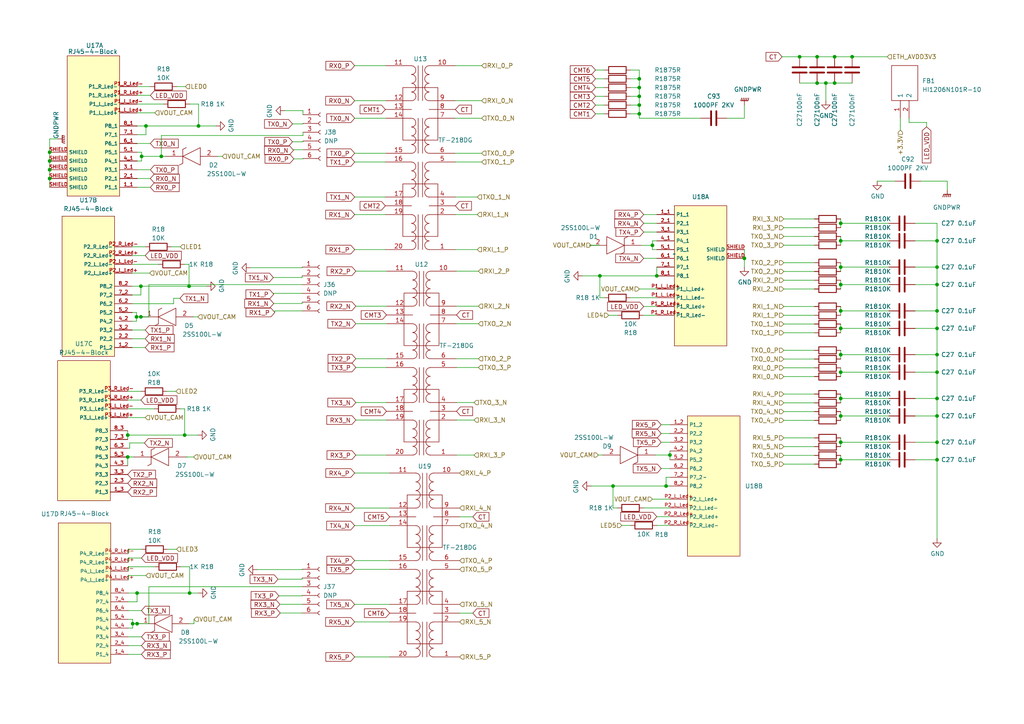
<source format=kicad_sch>
(kicad_sch (version 20230819) (generator eeschema)
  (paper "A4")
  (junction (at 243.84 120.65))
  (junction (at 271.78 120.65))
  (junction (at 185.42 33.02))
  (junction (at 185.42 25.4))
  (junction (at 243.84 82.55))
  (junction (at 271.78 102.87))
  (junction (at 37.0498 132.5455))
  (junction (at 271.78 133.35))
  (junction (at 40.8598 83.0155))
  (junction (at 243.84 64.77))
  (junction (at 243.84 77.47))
  (junction (at 57.5777 36.5343))
  (junction (at 271.78 82.55))
  (junction (at 243.84 95.25))
  (junction (at 242.0768 16.4702))
  (junction (at 42.3377 36.5343))
  (junction (at 185.42 30.48))
  (junction (at 40.8598 91.9055))
  (junction (at 194.31 131.9754))
  (junction (at 54.8298 83.0155))
  (junction (at 173.99 80.01))
  (junction (at 242.0768 24.0902))
  (junction (at 243.84 128.27))
  (junction (at 243.84 102.87))
  (junction (at 271.78 107.95))
  (junction (at 39.7562 172.0096))
  (junction (at 190.5 80.01))
  (junction (at 243.84 133.35))
  (junction (at 39.5898 91.9055))
  (junction (at 236.9968 24.0902))
  (junction (at 236.9968 16.4702))
  (junction (at 243.84 107.95))
  (junction (at 247.1568 16.4702))
  (junction (at 14.3977 51.7743))
  (junction (at 177.8 140.97))
  (junction (at 38.4862 180.8996))
  (junction (at 14.3977 49.2343))
  (junction (at 41.0677 45.3524))
  (junction (at 271.78 115.57))
  (junction (at 239.5368 24.0902))
  (junction (at 243.84 90.17))
  (junction (at 271.78 90.17))
  (junction (at 271.78 95.25))
  (junction (at 243.84 115.57))
  (junction (at 46.7953 45.3524))
  (junction (at 14.3977 44.1543))
  (junction (at 53.5598 126.1955))
  (junction (at 271.78 128.27))
  (junction (at 215.9 74.93))
  (junction (at 271.78 77.47))
  (junction (at 39.7562 180.8996))
  (junction (at 14.3977 46.6943))
  (junction (at 189.23 71.1611))
  (junction (at 243.84 69.85))
  (junction (at 54.9962 172.0096))
  (junction (at 271.78 69.85))
  (junction (at 185.42 27.94))
  (junction (at 185.42 22.86))
  (junction (at 193.193 140.97))
  (junction (at 231.9168 16.4702))
  (junction (at 37.0498 126.1955))
  (wire (pts (xy 243.84 90.17) (xy 257.81 90.17)))
  (wire (pts (xy 54.9962 164.3896) (xy 52.4562 164.3896)))
  (wire (pts (xy 236.22 96.52) (xy 227.33 96.52)))
  (wire (pts (xy 38.4862 180.8996) (xy 39.7562 180.8996)))
  (wire (pts (xy 57.5362 172.0096) (xy 54.9962 172.0096)))
  (wire (pts (xy 182.88 152.4) (xy 180.34 152.4)))
  (wire (pts (xy 236.22 129.54) (xy 227.33 129.54)))
  (wire (pts (xy 243.84 64.77) (xy 243.84 66.04)))
  (wire (pts (xy 236.22 101.6) (xy 227.33 101.6)))
  (wire (pts (xy 186.69 91.44) (xy 190.5 91.44)))
  (wire (pts (xy 87.63 77.6486) (xy 87.63 77.47)))
  (wire (pts (xy 102.8589 165.1412) (xy 113.0189 165.1412)))
  (wire (pts (xy 40.8598 83.0155) (xy 38.3198 83.0155)))
  (wire (pts (xy 179.07 91.44) (xy 176.53 91.44)))
  (wire (pts (xy 102.8589 162.6012) (xy 113.0189 162.6012)))
  (wire (pts (xy 243.84 107.95) (xy 257.81 107.95)))
  (wire (pts (xy 138.763 104.0531) (xy 132.413 104.0531)))
  (wire (pts (xy 79.2708 80.4862) (xy 87.63 80.4862)))
  (wire (pts (xy 38.3198 79.2055) (xy 43.3998 79.2055)))
  (wire (pts (xy 243.84 127) (xy 243.84 128.27)))
  (wire (pts (xy 38.7525 132.55) (xy 38.2445 132.55)))
  (wire (pts (xy 243.84 119.38) (xy 243.84 120.65)))
  (wire (pts (xy 236.22 106.68) (xy 227.33 106.68)))
  (wire (pts (xy 43.6077 54.3143) (xy 39.7977 54.3143)))
  (wire (pts (xy 226.8368 16.4702) (xy 231.9168 16.4702)))
  (wire (pts (xy 80.639 167.9883) (xy 87.63 167.9883)))
  (wire (pts (xy 242.0768 24.0902) (xy 247.1568 24.0902)))
  (wire (pts (xy 46.7953 45.3524) (xy 46.7953 39.3006)))
  (wire (pts (xy 84.8393 41.1282) (xy 87.884 41.1282)))
  (wire (pts (xy 39.7562 172.0096) (xy 39.7562 174.5496)))
  (wire (pts (xy 236.22 121.92) (xy 227.33 121.92)))
  (wire (pts (xy 40.8598 91.9055) (xy 43.18 91.9055)))
  (wire (pts (xy 41.0677 44.1543) (xy 41.0677 45.3524)))
  (wire (pts (xy 103.203 116.7531) (xy 112.093 116.7531)))
  (wire (pts (xy 243.84 101.6) (xy 243.84 102.87)))
  (wire (pts (xy 185.42 20.32) (xy 182.88 20.32)))
  (wire (pts (xy 215.9 34.29) (xy 215.9 30.48)))
  (wire (pts (xy 243.84 115.57) (xy 243.84 116.84)))
  (wire (pts (xy 271.78 77.47) (xy 271.78 82.55)))
  (wire (pts (xy 57.5777 30.1843) (xy 55.0377 30.1843)))
  (wire (pts (xy 38.3198 76.6655) (xy 45.9398 76.6655)))
  (wire (pts (xy 54.9962 180.8996) (xy 56.2662 180.8996)))
  (wire (pts (xy 41.0262 161.8496) (xy 37.2162 161.8496)))
  (wire (pts (xy 194.31 131.9754) (xy 194.31 133.35)))
  (wire (pts (xy 265.43 133.35) (xy 271.78 133.35)))
  (wire (pts (xy 74.5789 165.1988) (xy 87.63 165.1988)))
  (wire (pts (xy 139.7 34.29) (xy 132.08 34.29)))
  (wire (pts (xy 190.5 149.86) (xy 194.31 149.86)))
  (wire (pts (xy 16.7685 40.2947) (xy 14.3977 40.2947)))
  (wire (pts (xy 271.78 102.87) (xy 271.78 107.95)))
  (wire (pts (xy 39.7562 180.8996) (xy 43.18 180.8996)))
  (wire (pts (xy 40.8598 116.0355) (xy 37.0498 116.0355)))
  (wire (pts (xy 14.3977 46.6943) (xy 14.3977 49.2343)))
  (wire (pts (xy 37.0498 118.5755) (xy 44.6698 118.5755)))
  (wire (pts (xy 14.3977 44.1543) (xy 14.3977 46.6943)))
  (wire (pts (xy 190.5 77.47) (xy 190.5 80.01)))
  (wire (pts (xy 138.763 78.6531) (xy 132.413 78.6531)))
  (wire (pts (xy 236.22 134.62) (xy 227.33 134.62)))
  (wire (pts (xy 186.69 64.77) (xy 190.5 64.77)))
  (wire (pts (xy 87.63 80.4862) (xy 87.63 80.01)))
  (wire (pts (xy 191.77 128.27) (xy 194.31 128.27)))
  (wire (pts (xy 274.743 55.0829) (xy 274.743 52.5429)))
  (wire (pts (xy 243.84 133.35) (xy 243.84 134.62)))
  (wire (pts (xy 79.3803 88.032) (xy 87.63 88.032)))
  (wire (pts (xy 268.7468 35.5202) (xy 263.6668 35.5202)))
  (wire (pts (xy 261.1399 37.7264) (xy 261.1399 36.4112)))
  (wire (pts (xy 243.84 82.55) (xy 243.84 83.82)))
  (wire (pts (xy 236.22 93.98) (xy 227.33 93.98)))
  (wire (pts (xy 236.22 104.14) (xy 227.33 104.14)))
  (wire (pts (xy 243.84 102.87) (xy 257.81 102.87)))
  (wire (pts (xy 38.2445 132.55) (xy 38.2445 132.5455)))
  (wire (pts (xy 37.0498 126.1955) (xy 53.5598 126.1955)))
  (wire (pts (xy 271.78 69.85) (xy 271.78 77.47)))
  (wire (pts (xy 236.22 76.2) (xy 227.33 76.2)))
  (wire (pts (xy 87.884 41.1282) (xy 87.884 40.894)))
  (wire (pts (xy 42.1298 100.7955) (xy 38.3198 100.7955)))
  (wire (pts (xy 242.0768 16.4702) (xy 247.1568 16.4702)))
  (wire (pts (xy 102.87 29.21) (xy 111.76 29.21)))
  (wire (pts (xy 236.22 71.12) (xy 227.33 71.12)))
  (wire (pts (xy 39.5898 91.9055) (xy 39.5898 93.1755)))
  (wire (pts (xy 172.72 20.32) (xy 175.26 20.32)))
  (wire (pts (xy 103.203 78.6531) (xy 112.093 78.6531)))
  (wire (pts (xy 87.63 175.26) (xy 81.1973 175.26)))
  (wire (pts (xy 54.9962 164.3896) (xy 54.9962 172.0096)))
  (wire (pts (xy 54.2465 132.5455) (xy 56.1634 132.5455)))
  (wire (pts (xy 37.6211 130.0055) (xy 37.0498 130.0055)))
  (wire (pts (xy 84.8393 35.9338) (xy 87.884 35.9338)))
  (wire (pts (xy 79.7049 90.17) (xy 79.7049 90.6292)))
  (wire (pts (xy 41.0262 159.3096) (xy 37.2162 159.3096)))
  (wire (pts (xy 72.6816 77.6486) (xy 87.63 77.6486)))
  (wire (pts (xy 42.1298 74.1255) (xy 38.3198 74.1255)))
  (wire (pts (xy 85.2241 46.0821) (xy 87.884 46.0821)))
  (wire (pts (xy 236.22 127) (xy 227.33 127)))
  (wire (pts (xy 172.72 33.02) (xy 175.26 33.02)))
  (wire (pts (xy 139.7 46.99) (xy 132.08 46.99)))
  (wire (pts (xy 186.69 88.9) (xy 190.5 88.9)))
  (wire (pts (xy 46.7953 45.3524) (xy 47.9339 45.3524)))
  (wire (pts (xy 57.3698 126.1955) (xy 53.5598 126.1955)))
  (wire (pts (xy 137.1489 177.8412) (xy 133.3389 177.8412)))
  (wire (pts (xy 236.22 132.08) (xy 227.33 132.08)))
  (wire (pts (xy 231.9168 16.4702) (xy 236.9968 16.4702)))
  (wire (pts (xy 87.63 165.1988) (xy 87.63 165.1)))
  (wire (pts (xy 271.78 133.35) (xy 271.78 128.27)))
  (wire (pts (xy 172.72 30.48) (xy 175.26 30.48)))
  (wire (pts (xy 189.23 69.85) (xy 190.5 69.85)))
  (wire (pts (xy 39.7562 174.5496) (xy 37.2162 174.5496)))
  (wire (pts (xy 271.78 120.65) (xy 271.78 115.57)))
  (wire (pts (xy 43.6077 49.2343) (xy 39.7977 49.2343)))
  (wire (pts (xy 271.78 102.87) (xy 265.43 102.87)))
  (wire (pts (xy 63.1739 45.3524) (xy 64.4439 45.3524)))
  (wire (pts (xy 87.63 85.09) (xy 79.3803 85.09)))
  (wire (pts (xy 87.63 90.17) (xy 79.7049 90.17)))
  (wire (pts (xy 102.87 62.23) (xy 111.76 62.23)))
  (wire (pts (xy 239.5368 24.0902) (xy 242.0768 24.0902)))
  (wire (pts (xy 43.18 91.9055) (xy 43.18 82.55)))
  (wire (pts (xy 271.78 120.65) (xy 265.43 120.65)))
  (wire (pts (xy 174.8078 131.9754) (xy 173.5378 131.9754)))
  (wire (pts (xy 243.84 63.5) (xy 243.84 64.77)))
  (wire (pts (xy 42.1298 98.2555) (xy 38.3198 98.2555)))
  (wire (pts (xy 138.43 62.23) (xy 132.08 62.23)))
  (wire (pts (xy 173.99 86.36) (xy 175.26 86.36)))
  (wire (pts (xy 243.84 69.85) (xy 257.81 69.85)))
  (wire (pts (xy 103.203 121.8331) (xy 112.093 121.8331)))
  (wire (pts (xy 193.193 138.43) (xy 193.193 140.97)))
  (wire (pts (xy 185.42 34.29) (xy 185.42 33.02)))
  (wire (pts (xy 137.493 131.9931) (xy 132.413 131.9931)))
  (wire (pts (xy 37.2162 161.8496) (xy 37.2162 163.1196)))
  (wire (pts (xy 42.1298 95.7155) (xy 38.3198 95.7155)))
  (wire (pts (xy 54.8298 76.6655) (xy 53.5598 76.6655)))
  (wire (pts (xy 56.2662 180.8996) (xy 56.2662 179.6296)))
  (wire (pts (xy 42.1298 71.5855) (xy 38.3198 71.5855)))
  (wire (pts (xy 39.5898 93.1755) (xy 38.3198 93.1755)))
  (wire (pts (xy 46.7953 39.3006) (xy 87.884 39.3006)))
  (wire (pts (xy 54.2465 132.55) (xy 54.2465 132.5455)))
  (wire (pts (xy 52.1843 86.523) (xy 50.3543 86.523)))
  (wire (pts (xy 43.6077 25.1043) (xy 39.7977 25.1043)))
  (wire (pts (xy 243.84 77.47) (xy 257.81 77.47)))
  (wire (pts (xy 40.8598 83.0155) (xy 40.8598 85.5555)))
  (wire (pts (xy 194.31 147.32) (xy 186.69 147.32)))
  (wire (pts (xy 271.78 64.77) (xy 265.43 64.77)))
  (wire (pts (xy 40.8598 85.5555) (xy 38.3198 85.5555)))
  (wire (pts (xy 271.78 107.95) (xy 265.43 107.95)))
  (wire (pts (xy 50.3543 88.0955) (xy 38.3198 88.0955)))
  (wire (pts (xy 243.84 81.28) (xy 243.84 82.55)))
  (wire (pts (xy 194.31 138.43) (xy 193.193 138.43)))
  (wire (pts (xy 43.18 170.18) (xy 87.63 170.18)))
  (wire (pts (xy 53.5598 118.5755) (xy 52.2898 118.5755)))
  (wire (pts (xy 49.7498 71.5855) (xy 52.2898 71.5855)))
  (wire (pts (xy 42.3377 36.5343) (xy 39.7977 36.5343)))
  (wire (pts (xy 243.84 64.77) (xy 257.81 64.77)))
  (wire (pts (xy 81.1973 175.26) (xy 81.1973 175.2901)))
  (wire (pts (xy 185.42 22.86) (xy 182.88 22.86)))
  (wire (pts (xy 102.87 46.99) (xy 111.76 46.99)))
  (wire (pts (xy 271.78 82.55) (xy 265.43 82.55)))
  (wire (pts (xy 236.22 116.84) (xy 227.33 116.84)))
  (wire (pts (xy 38.4862 180.8996) (xy 38.4862 182.1696)))
  (wire (pts (xy 87.884 39.3006) (xy 87.884 38.354)))
  (wire (pts (xy 102.8589 147.3612) (xy 113.0189 147.3612)))
  (wire (pts (xy 236.22 78.74) (xy 227.33 78.74)))
  (wire (pts (xy 41.0677 46.6943) (xy 39.7977 46.6943)))
  (wire (pts (xy 271.78 95.25) (xy 271.78 102.87)))
  (wire (pts (xy 42.3377 39.0743) (xy 39.7977 39.0743)))
  (wire (pts (xy 271.78 90.17) (xy 265.43 90.17)))
  (wire (pts (xy 137.1489 149.9012) (xy 133.3389 149.9012)))
  (wire (pts (xy 194.31 130.81) (xy 194.31 131.9754)))
  (wire (pts (xy 194.31 144.78) (xy 189.23 144.78)))
  (wire (pts (xy 243.84 128.27) (xy 243.84 129.54)))
  (wire (pts (xy 168.91 80.01) (xy 173.99 80.01)))
  (wire (pts (xy 53.9925 132.55) (xy 54.2465 132.55)))
  (wire (pts (xy 41.888 128.4713) (xy 37.6211 128.4713)))
  (wire (pts (xy 243.84 120.65) (xy 257.81 120.65)))
  (wire (pts (xy 191.77 125.73) (xy 194.31 125.73)))
  (wire (pts (xy 271.78 156.21) (xy 271.78 133.35)))
  (wire (pts (xy 37.0498 124.9255) (xy 37.0498 126.1955)))
  (wire (pts (xy 185.42 27.94) (xy 182.88 27.94)))
  (wire (pts (xy 87.63 172.819) (xy 87.63 172.72)))
  (wire (pts (xy 87.63 167.9883) (xy 87.63 167.64)))
  (wire (pts (xy 271.78 95.25) (xy 265.43 95.25)))
  (wire (pts (xy 14.3977 51.7743) (xy 14.3977 54.3143)))
  (wire (pts (xy 39.7977 30.1843) (xy 47.4177 30.1843)))
  (wire (pts (xy 236.22 119.38) (xy 227.33 119.38)))
  (wire (pts (xy 190.5 80.01) (xy 173.99 80.01)))
  (wire (pts (xy 185.42 25.4) (xy 185.42 27.94)))
  (wire (pts (xy 257.3168 16.4702) (xy 247.1568 16.4702)))
  (wire (pts (xy 37.2162 179.6296) (xy 38.4862 179.6296)))
  (wire (pts (xy 103.203 106.5931) (xy 112.093 106.5931)))
  (wire (pts (xy 236.9968 16.4702) (xy 242.0768 16.4702)))
  (wire (pts (xy 138.763 93.8931) (xy 132.413 93.8931)))
  (wire (pts (xy 271.78 69.85) (xy 265.43 69.85)))
  (wire (pts (xy 102.8589 180.3812) (xy 113.0189 180.3812)))
  (wire (pts (xy 37.2162 166.9296) (xy 37.2162 168.1996)))
  (wire (pts (xy 37.0498 132.5455) (xy 37.0498 135.0855)))
  (wire (pts (xy 139.7 44.45) (xy 132.08 44.45)))
  (wire (pts (xy 172.72 27.94) (xy 175.26 27.94)))
  (wire (pts (xy 243.84 132.08) (xy 243.84 133.35)))
  (wire (pts (xy 81.28 177.8) (xy 87.63 177.8)))
  (wire (pts (xy 271.78 77.47) (xy 265.43 77.47)))
  (wire (pts (xy 190.5 86.36) (xy 182.88 86.36)))
  (wire (pts (xy 191.77 135.89) (xy 194.31 135.89)))
  (wire (pts (xy 243.84 77.47) (xy 243.84 78.74)))
  (wire (pts (xy 37.6211 128.4713) (xy 37.6211 130.0055)))
  (wire (pts (xy 243.84 120.65) (xy 243.84 121.92)))
  (wire (pts (xy 186.69 67.31) (xy 190.5 67.31)))
  (wire (pts (xy 80.8923 172.819) (xy 87.63 172.819)))
  (wire (pts (xy 50.3543 86.523) (xy 50.3543 88.0955)))
  (wire (pts (xy 137.493 116.7531) (xy 132.413 116.7531)))
  (wire (pts (xy 48.6462 159.3096) (xy 51.1862 159.3096)))
  (wire (pts (xy 185.42 20.32) (xy 185.42 22.86)))
  (wire (pts (xy 37.2162 164.3896) (xy 44.8362 164.3896)))
  (wire (pts (xy 185.42 33.02) (xy 182.88 33.02)))
  (wire (pts (xy 193.193 140.97) (xy 177.8 140.97)))
  (wire (pts (xy 177.8 147.32) (xy 177.8 140.97)))
  (wire (pts (xy 194.31 140.97) (xy 193.193 140.97)))
  (wire (pts (xy 139.7 19.05) (xy 132.08 19.05)))
  (wire (pts (xy 243.84 95.25) (xy 243.84 96.52)))
  (wire (pts (xy 185.42 30.48) (xy 185.42 27.94)))
  (wire (pts (xy 261.1399 36.4112) (xy 261.1268 36.4112)))
  (wire (pts (xy 189.23 72.39) (xy 189.23 71.1611)))
  (wire (pts (xy 39.7562 172.0096) (xy 37.2162 172.0096)))
  (wire (pts (xy 57.5777 30.1843) (xy 57.5777 36.5343)))
  (wire (pts (xy 263.6668 35.5202) (xy 263.6668 34.2502)))
  (wire (pts (xy 186.69 62.23) (xy 190.5 62.23)))
  (wire (pts (xy 43.6077 41.6143) (xy 39.7977 41.6143)))
  (wire (pts (xy 243.84 106.68) (xy 243.84 107.95)))
  (wire (pts (xy 37.2162 164.3896) (xy 37.2162 165.6596)))
  (wire (pts (xy 39.5898 91.9055) (xy 40.8598 91.9055)))
  (wire (pts (xy 236.22 68.58) (xy 227.33 68.58)))
  (wire (pts (xy 37.2162 166.9296) (xy 42.2962 166.9296)))
  (wire (pts (xy 261.1268 36.4112) (xy 261.1268 34.2502)))
  (wire (pts (xy 271.78 64.77) (xy 271.78 69.85)))
  (wire (pts (xy 236.22 88.9) (xy 227.33 88.9)))
  (wire (pts (xy 236.22 114.3) (xy 227.33 114.3)))
  (wire (pts (xy 171.45 140.97) (xy 177.8 140.97)))
  (wire (pts (xy 271.78 115.57) (xy 265.43 115.57)))
  (wire (pts (xy 173.99 86.36) (xy 173.99 80.01)))
  (wire (pts (xy 236.22 63.5) (xy 227.33 63.5)))
  (wire (pts (xy 102.87 44.45) (xy 111.76 44.45)))
  (wire (pts (xy 48.4798 113.4955) (xy 51.0198 113.4955)))
  (wire (pts (xy 102.8589 175.3012) (xy 113.0189 175.3012)))
  (wire (pts (xy 189.23 69.85) (xy 189.23 71.1611)))
  (wire (pts (xy 56.0998 91.9055) (xy 57.3698 91.9055)))
  (wire (pts (xy 38.4862 179.6296) (xy 38.4862 180.8996)))
  (wire (pts (xy 138.763 106.5931) (xy 132.413 106.5931)))
  (wire (pts (xy 57.5777 36.5343) (xy 42.3377 36.5343)))
  (wire (pts (xy 243.84 102.87) (xy 243.84 104.14)))
  (wire (pts (xy 236.22 66.04) (xy 227.33 66.04)))
  (wire (pts (xy 37.0498 132.5455) (xy 38.2445 132.5455)))
  (wire (pts (xy 54.8298 83.0155) (xy 59.9098 83.0155)))
  (wire (pts (xy 103.203 131.9931) (xy 112.093 131.9931)))
  (wire (pts (xy 82.5788 32.0861) (xy 87.884 32.0861)))
  (wire (pts (xy 139.7 29.21) (xy 132.08 29.21)))
  (wire (pts (xy 170.9011 71.1611) (xy 173.736 71.1611)))
  (wire (pts (xy 87.63 88.032) (xy 87.63 87.63)))
  (wire (pts (xy 102.87 34.29) (xy 111.76 34.29)))
  (wire (pts (xy 236.22 109.22) (xy 227.33 109.22)))
  (wire (pts (xy 172.72 22.86) (xy 175.26 22.86)))
  (wire (pts (xy 186.69 74.93) (xy 190.5 74.93)))
  (wire (pts (xy 271.78 90.17) (xy 271.78 95.25)))
  (wire (pts (xy 37.2162 159.3096) (xy 37.2162 160.5796)))
  (wire (pts (xy 41.0677 45.3524) (xy 41.0677 46.6943)))
  (wire (pts (xy 236.22 81.28) (xy 227.33 81.28)))
  (wire (pts (xy 137.493 121.8331) (xy 132.413 121.8331)))
  (wire (pts (xy 271.78 115.57) (xy 271.78 107.95)))
  (wire (pts (xy 185.42 25.4) (xy 182.88 25.4)))
  (wire (pts (xy 236.9968 24.0902) (xy 231.9168 24.0902)))
  (wire (pts (xy 173.736 71.12) (xy 171.45 71.12)))
  (wire (pts (xy 43.6077 27.6443) (xy 39.7977 27.6443)))
  (wire (pts (xy 40.8598 83.0155) (xy 54.8298 83.0155)))
  (wire (pts (xy 38.3198 90.6355) (xy 39.5898 90.6355)))
  (wire (pts (xy 185.42 34.29) (xy 203.2 34.29)))
  (wire (pts (xy 190.5 83.82) (xy 185.42 83.82)))
  (wire (pts (xy 51.2277 25.1043) (xy 53.7677 25.1043)))
  (wire (pts (xy 215.9 72.39) (xy 215.9 74.93)))
  (wire (pts (xy 215.9 74.93) (xy 215.9 77.47)))
  (wire (pts (xy 190.5 152.4) (xy 194.31 152.4)))
  (wire (pts (xy 185.42 22.86) (xy 185.42 25.4)))
  (wire (pts (xy 102.8589 152.4412) (xy 113.0189 152.4412)))
  (wire (pts (xy 243.84 115.57) (xy 257.81 115.57)))
  (wire (pts (xy 236.22 83.82) (xy 227.33 83.82)))
  (wire (pts (xy 243.84 128.27) (xy 257.81 128.27)))
  (wire (pts (xy 138.43 72.39) (xy 132.08 72.39)))
  (wire (pts (xy 243.84 114.3) (xy 243.84 115.57)))
  (wire (pts (xy 103.203 93.8931) (xy 112.093 93.8931)))
  (wire (pts (xy 39.7977 44.1543) (xy 41.0677 44.1543)))
  (wire (pts (xy 243.84 90.17) (xy 243.84 91.44)))
  (wire (pts (xy 87.884 35.9338) (xy 87.884 35.814)))
  (wire (pts (xy 243.84 88.9) (xy 243.84 90.17)))
  (wire (pts (xy 102.8589 137.2012) (xy 113.0189 137.2012)))
  (wire (pts (xy 243.84 133.35) (xy 257.81 133.35)))
  (wire (pts (xy 243.84 68.58) (xy 243.84 69.85)))
  (wire (pts (xy 37.0498 121.1155) (xy 42.1298 121.1155)))
  (wire (pts (xy 243.84 69.85) (xy 243.84 71.12)))
  (wire (pts (xy 186.1411 71.1611) (xy 189.23 71.1611)))
  (wire (pts (xy 102.87 57.15) (xy 111.76 57.15)))
  (wire (pts (xy 43.18 82.55) (xy 87.63 82.55)))
  (wire (pts (xy 14.3977 40.2947) (xy 14.3977 44.1543)))
  (wire (pts (xy 41.0262 177.0896) (xy 37.2162 177.0896)))
  (wire (pts (xy 39.7562 172.0096) (xy 54.9962 172.0096)))
  (wire (pts (xy 243.84 93.98) (xy 243.84 95.25)))
  (wire (pts (xy 215.9 34.29) (xy 210.82 34.29)))
  (wire (pts (xy 79.3803 85.09) (xy 79.3803 85.3266)))
  (wire (pts (xy 87.884 43.434) (xy 85.1279 43.434)))
  (wire (pts (xy 173.736 71.1611) (xy 173.736 71.12)))
  (wire (pts (xy 243.84 82.55) (xy 257.81 82.55)))
  (wire (pts (xy 243.84 95.25) (xy 257.81 95.25)))
  (wire (pts (xy 243.84 76.2) (xy 243.84 77.47)))
  (wire (pts (xy 38.4862 182.1696) (xy 37.2162 182.1696)))
  (wire (pts (xy 102.87 72.39) (xy 111.76 72.39)))
  (wire (pts (xy 236.9968 24.0902) (xy 239.5368 24.0902)))
  (wire (pts (xy 265.43 128.27) (xy 271.78 128.27)))
  (wire (pts (xy 41.0262 189.7896) (xy 37.2162 189.7896)))
  (wire (pts (xy 236.22 91.44) (xy 227.33 91.44)))
  (wire (pts (xy 102.8589 190.5412) (xy 113.0189 190.5412)))
  (wire (pts (xy 39.5898 90.6355) (xy 39.5898 91.9055)))
  (wire (pts (xy 37.0498 126.1955) (xy 37.0498 127.4655)))
  (wire (pts (xy 138.763 88.8131) (xy 132.413 88.8131)))
  (wire (pts (xy 40.8598 113.4955) (xy 37.0498 113.4955)))
  (wire (pts (xy 14.3977 49.2343) (xy 14.3977 51.7743)))
  (wire (pts (xy 177.8 147.32) (xy 179.07 147.32)))
  (wire (pts (xy 185.42 30.48) (xy 182.88 30.48)))
  (wire (pts (xy 190.5 72.39) (xy 189.23 72.39)))
  (wire (pts (xy 243.84 107.95) (xy 243.84 109.22)))
  (wire (pts (xy 103.203 104.0531) (xy 112.093 104.0531)))
  (wire (pts (xy 172.72 25.4) (xy 175.26 25.4)))
  (wire (pts (xy 268.7468 36.7902) (xy 268.7468 35.5202)))
  (wire (pts (xy 41.0262 184.7096) (xy 37.2162 184.7096)))
  (wire (pts (xy 42.3377 36.5343) (xy 42.3377 39.0743)))
  (wire (pts (xy 54.8298 76.6655) (xy 54.8298 83.0155)))
  (wire (pts (xy 274.743 52.5429) (xy 267.123 52.5429)))
  (wire (pts (xy 190.0478 131.9754) (xy 194.31 131.9754)))
  (wire (pts (xy 87.884 32.0861) (xy 87.884 33.274)))
  (wire (pts (xy 102.87 19.05) (xy 111.76 19.05)))
  (wire (pts (xy 271.78 128.27) (xy 271.78 120.65)))
  (wire (pts (xy 85.1279 43.434) (xy 85.1279 43.5811)))
  (wire (pts (xy 41.0262 187.2496) (xy 37.2162 187.2496)))
  (wire (pts (xy 87.884 46.0821) (xy 87.884 45.974)))
  (wire (pts (xy 103.203 88.8131) (xy 112.093 88.8131)))
  (wire (pts (xy 41.0677 45.3524) (xy 46.7953 45.3524)))
  (wire (pts (xy 254.423 52.5429) (xy 259.503 52.5429)))
  (wire (pts (xy 43.6077 51.7743) (xy 39.7977 51.7743)))
  (wire (pts (xy 239.5368 29.1702) (xy 239.5368 24.0902)))
  (wire (pts (xy 271.78 82.55) (xy 271.78 90.17)))
  (wire (pts (xy 43.18 180.8996) (xy 43.18 170.18)))
  (wire (pts (xy 191.77 123.19) (xy 194.31 123.19)))
  (wire (pts (xy 39.7977 32.7243) (xy 44.8777 32.7243)))
  (wire (pts (xy 62.6577 36.5343) (xy 57.5777 36.5343)))
  (wire (pts (xy 138.43 57.15) (xy 132.08 57.15)))
  (wire (pts (xy 185.42 30.48) (xy 185.42 33.02)))
  (wire (pts (xy 53.5598 118.5755) (xy 53.5598 126.1955)))
  (global_label "RX2_P" (shape input) (at 37.0498 142.7055 0) (property "Intersheetrefs" "${INTERSHEET_REFS}" (effects hide)))
  (global_label "LED_VDD" (shape input) (at 190.5 149.86 180) (property "Intersheetrefs" "${INTERSHEET_REFS}" (effects hide)))
  (global_label "TX2_N" (shape input) (at 103.203 93.8931 180) (property "Intersheetrefs" "${INTERSHEET_REFS}" (effects hide)))
  (global_label "RX5_N" (shape input) (at 191.77 125.73 180) (property "Intersheetrefs" "${INTERSHEET_REFS}" (effects hide)))
  (global_label "LED_VDD" (shape input) (at 43.6077 27.6443 0) (property "Intersheetrefs" "${INTERSHEET_REFS}" (effects hide)))
  (global_label "RX4_N" (shape input) (at 186.69 64.77 180) (property "Intersheetrefs" "${INTERSHEET_REFS}" (effects hide)))
  (global_label "RX3_P" (shape input) (at 81.28 177.8 180) (property "Intersheetrefs" "${INTERSHEET_REFS}" (effects hide)))
  (global_label "TX3_N" (shape input) (at 41.0262 177.0896 0) (property "Intersheetrefs" "${INTERSHEET_REFS}" (effects hide)))
  (global_label "TX1_P" (shape input) (at 79.3803 85.3266 180) (property "Intersheetrefs" "${INTERSHEET_REFS}" (effects hide)))
  (global_label "CMT5" (shape input) (at 113.0189 149.9012 180) (property "Intersheetrefs" "${INTERSHEET_REFS}" (effects hide)))
  (global_label "CT" (shape input) (at 137.1489 177.8412 0) (property "Intersheetrefs" "${INTERSHEET_REFS}" (effects hide)))
  (global_label "RX5_N" (shape input) (at 102.8589 180.3812 180) (property "Intersheetrefs" "${INTERSHEET_REFS}" (effects hide)))
  (global_label "TX0_N" (shape input) (at 43.6077 41.6143 0) (property "Intersheetrefs" "${INTERSHEET_REFS}" (effects hide)))
  (global_label "CMT5" (shape input) (at 172.72 22.86 180) (property "Intersheetrefs" "${INTERSHEET_REFS}" (effects hide)))
  (global_label "TX5_N" (shape input) (at 191.77 135.89 180) (property "Intersheetrefs" "${INTERSHEET_REFS}" (effects hide)))
  (global_label "CT" (shape input) (at 132.08 59.69 0) (property "Intersheetrefs" "${INTERSHEET_REFS}" (effects hide)))
  (global_label "RX0_N" (shape input) (at 102.87 29.21 180) (property "Intersheetrefs" "${INTERSHEET_REFS}" (effects hide)))
  (global_label "TX1_N" (shape input) (at 52.1843 86.523 0) (property "Intersheetrefs" "${INTERSHEET_REFS}" (effects hide)))
  (global_label "CMT3" (shape input) (at 112.093 91.3531 180) (property "Intersheetrefs" "${INTERSHEET_REFS}" (effects hide)))
  (global_label "RX3_N" (shape input) (at 81.1973 175.2901 180) (property "Intersheetrefs" "${INTERSHEET_REFS}" (effects hide)))
  (global_label "TX0_P" (shape input) (at 84.8393 41.1282 180) (property "Intersheetrefs" "${INTERSHEET_REFS}" (effects hide)))
  (global_label "LED_VDD" (shape input) (at 42.1298 74.1255 0) (property "Intersheetrefs" "${INTERSHEET_REFS}" (effects hide)))
  (global_label "TX1_P" (shape input) (at 42.1298 95.7155 0) (property "Intersheetrefs" "${INTERSHEET_REFS}" (effects hide)))
  (global_label "TX3_P" (shape input) (at 80.8923 172.819 180) (property "Intersheetrefs" "${INTERSHEET_REFS}" (effects hide)))
  (global_label "LED_VDD" (shape input) (at 268.7468 36.7902 270) (property "Intersheetrefs" "${INTERSHEET_REFS}" (effects hide)))
  (global_label "RX2_N" (shape input) (at 103.203 88.8131 180) (property "Intersheetrefs" "${INTERSHEET_REFS}" (effects hide)))
  (global_label "TX5_P" (shape input) (at 191.77 128.27 180) (property "Intersheetrefs" "${INTERSHEET_REFS}" (effects hide)))
  (global_label "TX5_N" (shape input) (at 102.8589 175.3012 180) (property "Intersheetrefs" "${INTERSHEET_REFS}" (effects hide)))
  (global_label "CT" (shape input) (at 137.1489 149.9012 0) (property "Intersheetrefs" "${INTERSHEET_REFS}" (effects hide)))
  (global_label "TX3_N" (shape input) (at 80.639 167.9883 180) (property "Intersheetrefs" "${INTERSHEET_REFS}" (effects hide)))
  (global_label "RX4_P" (shape input) (at 102.8589 137.2012 180) (property "Intersheetrefs" "${INTERSHEET_REFS}" (effects hide)))
  (global_label "RX2_N" (shape input) (at 37.0498 140.1655 0) (property "Intersheetrefs" "${INTERSHEET_REFS}" (effects hide)))
  (global_label "TX0_P" (shape input) (at 102.87 44.45 180) (property "Intersheetrefs" "${INTERSHEET_REFS}" (effects hide)))
  (global_label "RX0_N" (shape input) (at 85.1279 43.5811 180) (property "Intersheetrefs" "${INTERSHEET_REFS}" (effects hide)))
  (global_label "LED_VDD" (shape input) (at 186.69 88.9 180) (property "Intersheetrefs" "${INTERSHEET_REFS}" (effects hide)))
  (global_label "TX5_P" (shape input) (at 102.8589 165.1412 180) (property "Intersheetrefs" "${INTERSHEET_REFS}" (effects hide)))
  (global_label "RX0_P" (shape input) (at 85.2241 46.0821 180) (property "Intersheetrefs" "${INTERSHEET_REFS}" (effects hide)))
  (global_label "RX3_N" (shape input) (at 103.203 121.8331 180) (property "Intersheetrefs" "${INTERSHEET_REFS}" (effects hide)))
  (global_label "LED_VDD" (shape input) (at 41.0262 161.8496 0) (property "Intersheetrefs" "${INTERSHEET_REFS}" (effects hide)))
  (global_label "CT" (shape input) (at 132.413 91.3531 0) (property "Intersheetrefs" "${INTERSHEET_REFS}" (effects hide)))
  (global_label "TX4_N" (shape input) (at 102.8589 152.4412 180) (property "Intersheetrefs" "${INTERSHEET_REFS}" (effects hide)))
  (global_label "TX4_P" (shape input) (at 186.69 67.31 180) (property "Intersheetrefs" "${INTERSHEET_REFS}" (effects hide)))
  (global_label "RX2_P" (shape input) (at 103.203 78.6531 180) (property "Intersheetrefs" "${INTERSHEET_REFS}" (effects hide)))
  (global_label "TX2_P" (shape input) (at 103.203 104.0531 180) (property "Intersheetrefs" "${INTERSHEET_REFS}" (effects hide)))
  (global_label "TX1_P" (shape input) (at 102.87 46.99 180) (property "Intersheetrefs" "${INTERSHEET_REFS}" (effects hide)))
  (global_label "RX0_N" (shape input) (at 43.6077 51.7743 0) (property "Intersheetrefs" "${INTERSHEET_REFS}" (effects hide)))
  (global_label "TX2_P" (shape input) (at 37.0498 137.6255 0) (property "Intersheetrefs" "${INTERSHEET_REFS}" (effects hide)))
  (global_label "RX4_P" (shape input) (at 186.69 62.23 180) (property "Intersheetrefs" "${INTERSHEET_REFS}" (effects hide)))
  (global_label "RX3_P" (shape input) (at 41.0262 189.7896 0) (property "Intersheetrefs" "${INTERSHEET_REFS}" (effects hide)))
  (global_label "CT" (shape input) (at 132.08 31.75 0) (property "Intersheetrefs" "${INTERSHEET_REFS}" (effects hide)))
  (global_label "CT" (shape input) (at 132.413 119.2931 0) (property "Intersheetrefs" "${INTERSHEET_REFS}" (effects hide)))
  (global_label "TX0_N" (shape input) (at 84.8393 35.9338 180) (property "Intersheetrefs" "${INTERSHEET_REFS}" (effects hide)))
  (global_label "RX1_N" (shape input) (at 42.1298 98.2555 0) (property "Intersheetrefs" "${INTERSHEET_REFS}" (effects hide)))
  (global_label "TX3_N" (shape input) (at 103.203 116.7531 180) (property "Intersheetrefs" "${INTERSHEET_REFS}" (effects hide)))
  (global_label "TX3_P" (shape input) (at 103.203 106.5931 180) (property "Intersheetrefs" "${INTERSHEET_REFS}" (effects hide)))
  (global_label "TX1_N" (shape input) (at 102.87 57.15 180) (property "Intersheetrefs" "${INTERSHEET_REFS}" (effects hide)))
  (global_label "TX0_N" (shape input) (at 102.87 34.29 180) (property "Intersheetrefs" "${INTERSHEET_REFS}" (effects hide)))
  (global_label "CMT4" (shape input) (at 112.093 119.2931 180) (property "Intersheetrefs" "${INTERSHEET_REFS}" (effects hide)))
  (global_label "TX0_P" (shape input) (at 43.6077 49.2343 0) (property "Intersheetrefs" "${INTERSHEET_REFS}" (effects hide)))
  (global_label "CMT6" (shape input) (at 113.0189 177.8412 180) (property "Intersheetrefs" "${INTERSHEET_REFS}" (effects hide)))
  (global_label "LED_VDD" (shape input) (at 40.8598 116.0355 0) (property "Intersheetrefs" "${INTERSHEET_REFS}" (effects hide)))
  (global_label "RX5_P" (shape input) (at 102.8589 190.5412 180) (property "Intersheetrefs" "${INTERSHEET_REFS}" (effects hide)))
  (global_label "TX2_N" (shape input) (at 41.888 128.4713 0) (property "Intersheetrefs" "${INTERSHEET_REFS}" (effects hide)))
  (global_label "RX1_P" (shape input) (at 79.7049 90.6292 180) (property "Intersheetrefs" "${INTERSHEET_REFS}" (effects hide)))
  (global_label "RX3_N" (shape input) (at 41.0262 187.2496 0) (property "Intersheetrefs" "${INTERSHEET_REFS}" (effects hide)))
  (global_label "TX1_N" (shape input) (at 79.2708 80.4862 180) (property "Intersheetrefs" "${INTERSHEET_REFS}" (effects hide)))
  (global_label "RX3_P" (shape input) (at 103.203 131.9931 180) (property "Intersheetrefs" "${INTERSHEET_REFS}" (effects hide)))
  (global_label "RX0_P" (shape input) (at 102.87 19.05 180) (property "Intersheetrefs" "${INTERSHEET_REFS}" (effects hide)))
  (global_label "RX1_N" (shape input) (at 79.3803 88.032 180) (property "Intersheetrefs" "${INTERSHEET_REFS}" (effects hide)))
  (global_label "CT" (shape input) (at 226.8368 16.4702 180) (property "Intersheetrefs" "${INTERSHEET_REFS}" (effects hide)))
  (global_label "CMT2" (shape input) (at 111.76 59.69 180) (property "Intersheetrefs" "${INTERSHEET_REFS}" (effects hide)))
  (global_label "CMT1" (shape input) (at 172.72 33.02 180) (property "Intersheetrefs" "${INTERSHEET_REFS}" (effects hide)))
  (global_label "RX4_N" (shape input) (at 102.8589 147.3612 180) (property "Intersheetrefs" "${INTERSHEET_REFS}" (effects hide)))
  (global_label "TX4_P" (shape input) (at 102.8589 162.6012 180) (property "Intersheetrefs" "${INTERSHEET_REFS}" (effects hide)))
  (global_label "CMT1" (shape input) (at 111.76 31.75 180) (property "Intersheetrefs" "${INTERSHEET_REFS}" (effects hide)))
  (global_label "TX4_N" (shape input) (at 186.69 74.93 180) (property "Intersheetrefs" "${INTERSHEET_REFS}" (effects hide)))
  (global_label "CMT3" (shape input) (at 172.72 27.94 180) (property "Intersheetrefs" "${INTERSHEET_REFS}" (effects hide)))
  (global_label "RX1_P" (shape input) (at 42.1298 100.7955 0) (property "Intersheetrefs" "${INTERSHEET_REFS}" (effects hide)))
  (global_label "CMT2" (shape input) (at 172.72 30.48 180) (property "Intersheetrefs" "${INTERSHEET_REFS}" (effects hide)))
  (global_label "RX0_P" (shape input) (at 43.6077 54.3143 0) (property "Intersheetrefs" "${INTERSHEET_REFS}" (effects hide)))
  (global_label "TX3_P" (shape input) (at 41.0262 184.7096 0) (property "Intersheetrefs" "${INTERSHEET_REFS}" (effects hide)))
  (global_label "RX5_P" (shape input) (at 191.77 123.19 180) (property "Intersheetrefs" "${INTERSHEET_REFS}" (effects hide)))
  (global_label "CMT6" (shape input) (at 172.72 20.32 180) (property "Intersheetrefs" "${INTERSHEET_REFS}" (effects hide)))
  (global_label "RX1_P" (shape input) (at 102.87 72.39 180) (property "Intersheetrefs" "${INTERSHEET_REFS}" (effects hide)))
  (global_label "CMT4" (shape input) (at 172.72 25.4 180) (property "Intersheetrefs" "${INTERSHEET_REFS}" (effects hide)))
  (global_label "RX1_N" (shape input) (at 102.87 62.23 180) (property "Intersheetrefs" "${INTERSHEET_REFS}" (effects hide)))
  (hierarchical_label "TXO_3_N" (shape input) (at 137.493 116.7531 0) (property "Intersheetrefs" "${INTERSHEET_REFS}" (effects hide)))
  (hierarchical_label "VOUT_CAM" (shape input) (at 44.8777 32.7243 0))
  (hierarchical_label "RXI_4_N" (shape input) (at 133.3389 147.3612 0) (property "Intersheetrefs" "${INTERSHEET_REFS}" (effects hide)))
  (hierarchical_label "LED3" (shape input) (at 51.1862 159.3096 0))
  (hierarchical_label "ETH_AVDD3V3" (shape input) (at 257.3168 16.4702 0))
  (hierarchical_label "TXO_4_P" (shape input) (at 227.33 121.92 180) (property "Intersheetrefs" "${INTERSHEET_REFS}" (effects hide)))
  (hierarchical_label "VOUT_CAM" (shape input) (at 56.1634 132.5455 0))
  (hierarchical_label "TXO_5_P" (shape input) (at 133.3389 165.1412 0) (property "Intersheetrefs" "${INTERSHEET_REFS}" (effects hide)))
  (hierarchical_label "RXI_0_N" (shape input) (at 139.7 29.21 0) (property "Intersheetrefs" "${INTERSHEET_REFS}" (effects hide)))
  (hierarchical_label "TXO_0_N" (shape input) (at 227.33 104.14 180) (property "Intersheetrefs" "${INTERSHEET_REFS}" (effects hide)))
  (hierarchical_label "VOUT_CAM" (shape input) (at 173.5378 131.9754 180))
  (hierarchical_label "TXO_5_N" (shape input) (at 227.33 132.08 180) (property "Intersheetrefs" "${INTERSHEET_REFS}" (effects hide)))
  (hierarchical_label "RXI_3_P" (shape input) (at 137.493 131.9931 0) (property "Intersheetrefs" "${INTERSHEET_REFS}" (effects hide)))
  (hierarchical_label "VOUT_CAM" (shape input) (at 171.45 71.12 180))
  (hierarchical_label "TXO_2_N" (shape input) (at 138.763 93.8931 0) (property "Intersheetrefs" "${INTERSHEET_REFS}" (effects hide)))
  (hierarchical_label "VOUT_CAM" (shape input) (at 57.3698 91.9055 0))
  (hierarchical_label "RXI_0_P" (shape input) (at 139.7 19.05 0) (property "Intersheetrefs" "${INTERSHEET_REFS}" (effects hide)))
  (hierarchical_label "TXO_4_N" (shape input) (at 227.33 119.38 180) (property "Intersheetrefs" "${INTERSHEET_REFS}" (effects hide)))
  (hierarchical_label "RXI_1_P" (shape input) (at 227.33 91.44 180) (property "Intersheetrefs" "${INTERSHEET_REFS}" (effects hide)))
  (hierarchical_label "RXI_2_N" (shape input) (at 138.763 88.8131 0) (property "Intersheetrefs" "${INTERSHEET_REFS}" (effects hide)))
  (hierarchical_label "RXI_2_P" (shape input) (at 227.33 81.28 180) (property "Intersheetrefs" "${INTERSHEET_REFS}" (effects hide)))
  (hierarchical_label "TXO_2_P" (shape input) (at 227.33 76.2 180) (property "Intersheetrefs" "${INTERSHEET_REFS}" (effects hide)))
  (hierarchical_label "TXO_4_P" (shape input) (at 133.3389 162.6012 0) (property "Intersheetrefs" "${INTERSHEET_REFS}" (effects hide)))
  (hierarchical_label "VOUT_CAM" (shape input) (at 42.2962 166.9296 0))
  (hierarchical_label "VOUT_CAM" (shape input) (at 64.4439 45.3524 0))
  (hierarchical_label "TXO_1_N" (shape input) (at 227.33 93.98 180) (property "Intersheetrefs" "${INTERSHEET_REFS}" (effects hide)))
  (hierarchical_label "RXI_4_P" (shape input) (at 227.33 114.3 180) (property "Intersheetrefs" "${INTERSHEET_REFS}" (effects hide)))
  (hierarchical_label "LED1" (shape input) (at 52.2898 71.5855 0))
  (hierarchical_label "TXO_5_P" (shape input) (at 227.33 134.62 180) (property "Intersheetrefs" "${INTERSHEET_REFS}" (effects hide)))
  (hierarchical_label "LED2" (shape input) (at 51.0198 113.4955 0))
  (hierarchical_label "VOUT_CAM" (shape input) (at 43.3998 79.2055 0))
  (hierarchical_label "TXO_0_P" (shape input) (at 139.7 44.45 0) (property "Intersheetrefs" "${INTERSHEET_REFS}" (effects hide)))
  (hierarchical_label "RXI_4_N" (shape input) (at 227.33 116.84 180) (property "Intersheetrefs" "${INTERSHEET_REFS}" (effects hide)))
  (hierarchical_label "TXO_1_P" (shape input) (at 139.7 46.99 0) (property "Intersheetrefs" "${INTERSHEET_REFS}" (effects hide)))
  (hierarchical_label "TXO_2_N" (shape input) (at 227.33 78.74 180) (property "Intersheetrefs" "${INTERSHEET_REFS}" (effects hide)))
  (hierarchical_label "TXO_3_P" (shape input) (at 227.33 71.12 180) (property "Intersheetrefs" "${INTERSHEET_REFS}" (effects hide)))
  (hierarchical_label "VOUT_CAM" (shape input) (at 185.42 83.82 180))
  (hierarchical_label "LED5" (shape input) (at 180.34 152.4 180))
  (hierarchical_label "TXO_1_N" (shape input) (at 138.43 57.15 0) (property "Intersheetrefs" "${INTERSHEET_REFS}" (effects hide)))
  (hierarchical_label "RXI_5_N" (shape input) (at 133.3389 180.3812 0) (property "Intersheetrefs" "${INTERSHEET_REFS}" (effects hide)))
  (hierarchical_label "TXO_3_N" (shape input) (at 227.33 68.58 180) (property "Intersheetrefs" "${INTERSHEET_REFS}" (effects hide)))
  (hierarchical_label "TXO_5_N" (shape input) (at 133.3389 175.3012 0) (property "Intersheetrefs" "${INTERSHEET_REFS}" (effects hide)))
  (hierarchical_label "TXO_4_N" (shape input) (at 133.3389 152.4412 0) (property "Intersheetrefs" "${INTERSHEET_REFS}" (effects hide)))
  (hierarchical_label "RXI_0_P" (shape input) (at 227.33 106.68 180) (property "Intersheetrefs" "${INTERSHEET_REFS}" (effects hide)))
  (hierarchical_label "RXI_0_N" (shape input) (at 227.33 109.22 180) (property "Intersheetrefs" "${INTERSHEET_REFS}" (effects hide)))
  (hierarchical_label "RXI_1_N" (shape input) (at 138.43 62.23 0) (property "Intersheetrefs" "${INTERSHEET_REFS}" (effects hide)))
  (hierarchical_label "RXI_5_N" (shape input) (at 227.33 129.54 180) (property "Intersheetrefs" "${INTERSHEET_REFS}" (effects hide)))
  (hierarchical_label "RXI_3_N" (shape input) (at 227.33 63.5 180) (property "Intersheetrefs" "${INTERSHEET_REFS}" (effects hide)))
  (hierarchical_label "TXO_0_P" (shape input) (at 227.33 101.6 180) (property "Intersheetrefs" "${INTERSHEET_REFS}" (effects hide)))
  (hierarchical_label "TXO_0_N" (shape input) (at 139.7 34.29 0) (property "Intersheetrefs" "${INTERSHEET_REFS}" (effects hide)))
  (hierarchical_label "RXI_5_P" (shape input) (at 133.3389 190.5412 0) (property "Intersheetrefs" "${INTERSHEET_REFS}" (effects hide)))
  (hierarchical_label "LED4" (shape input) (at 176.53 91.44 180))
  (hierarchical_label "RXI_3_N" (shape input) (at 137.493 121.8331 0) (property "Intersheetrefs" "${INTERSHEET_REFS}" (effects hide)))
  (hierarchical_label "VOUT_CAM" (shape input) (at 42.1298 121.1155 0))
  (hierarchical_label "RXI_4_P" (shape input) (at 133.3389 137.2012 0) (property "Intersheetrefs" "${INTERSHEET_REFS}" (effects hide)))
  (hierarchical_label "RXI_2_P" (shape input) (at 138.763 78.6531 0) (property "Intersheetrefs" "${INTERSHEET_REFS}" (effects hide)))
  (hierarchical_label "RXI_5_P" (shape input) (at 227.33 127 180) (property "Intersheetrefs" "${INTERSHEET_REFS}" (effects hide)))
  (hierarchical_label "VOUT_CAM" (shape input) (at 56.2662 179.6296 0))
  (hierarchical_label "TXO_3_P" (shape input) (at 138.763 106.5931 0) (property "Intersheetrefs" "${INTERSHEET_REFS}" (effects hide)))
  (hierarchical_label "LED0" (shape input) (at 53.7677 25.1043 0))
  (hierarchical_label "+3.3V" (shape input) (at 261.1399 37.7264 270))
  (hierarchical_label "TXO_1_P" (shape input) (at 227.33 96.52 180) (property "Intersheetrefs" "${INTERSHEET_REFS}" (effects hide)))
  (hierarchical_label "RXI_1_N" (shape input) (at 227.33 88.9 180) (property "Intersheetrefs" "${INTERSHEET_REFS}" (effects hide)))
  (hierarchical_label "TXO_2_P" (shape input) (at 138.763 104.0531 0) (property "Intersheetrefs" "${INTERSHEET_REFS}" (effects hide)))
  (hierarchical_label "VOUT_CAM" (shape input) (at 189.23 144.78 180))
  (hierarchical_label "RXI_2_N" (shape input) (at 227.33 83.82 180) (property "Intersheetrefs" "${INTERSHEET_REFS}" (effects hide)))
  (hierarchical_label "RXI_1_P" (shape input) (at 138.43 72.39 0) (property "Intersheetrefs" "${INTERSHEET_REFS}" (effects hide)))
  (hierarchical_label "RXI_3_P" (shape input) (at 227.33 66.04 180) (property "Intersheetrefs" "${INTERSHEET_REFS}" (effects hide)))
  (symbol (lib_id "Device:R") (at 240.03 101.6 270) (unit 1)
    (property "Reference" "R18" (at 252.73 101.6 90))
    (property "Value" "10K" (at 256.54 101.6 90))
    (property "Footprint" "Resistor_SMD:R_0603_1608Metric" (effects hide))
    (instances (project "RP2040_minimal" (path "" (reference "R18") (unit 1)) (path "" (reference "R68") (unit 1))))
  )
  (symbol (lib_id "Device:R") (at 179.07 22.86 270) (unit 1)
    (property "Reference" "R18" (at 191.77 22.86 90))
    (property "Value" "75R" (at 195.58 22.86 90))
    (property "Footprint" "Resistor_SMD:R_0603_1608Metric" (effects hide))
    (instances (project "RP2040_minimal" (path "" (reference "R18") (unit 1)) (path "" (reference "R103") (unit 1))))
  )
  (symbol (lib_id "Device:R") (at 179.07 25.4 270) (unit 1)
    (property "Reference" "R18" (at 191.77 25.4 90))
    (property "Value" "75R" (at 195.58 25.4 90))
    (property "Footprint" "Resistor_SMD:R_0603_1608Metric" (effects hide))
    (instances (project "RP2040_minimal" (path "" (reference "R18") (unit 1)) (path "" (reference "R73") (unit 1))))
  )
  (symbol (lib_id "Device:R") (at 240.03 109.22 270) (unit 1)
    (property "Reference" "R18" (at 252.73 109.22 90))
    (property "Value" "10K" (at 256.54 109.22 90))
    (property "Footprint" "Resistor_SMD:R_0603_1608Metric" (effects hide))
    (instances (project "RP2040_minimal" (path "" (reference "R18") (unit 1)) (path "" (reference "R71") (unit 1))))
  )
  (symbol (lib_id "Device:C") (at 236.9968 20.2802 0) (unit 1)
    (property "Reference" "C27" (at 236.9968 36.7902 90) (effects (justify left)))
    (property "Value" "100nF" (at 236.9968 32.9802 90) (effects (justify left)))
    (property "Footprint" "Capacitor_SMD:C_0402_1005Metric" (effects hide))
    (instances (project "RP2040_minimal" (path "" (reference "C27") (unit 1)) (path "" (reference "C11") (unit 1))))
  )
  (symbol (lib_id "power:GND") (at 171.45 140.97 270) (unit 1)
    (property "Reference" "#PWR0152" (effects hide))
    (property "Value" "GND" (at 167.0558 141.097 0))
    (instances (project "RP2040_minimal" (path "" (reference "#PWR0152") (unit 1)) (path "" (reference "#PWR038") (unit 1))))
  )
  (symbol (lib_id "Device:R") (at 186.69 152.4 270) (unit 1)
    (property "Reference" "R18" (at 191.8761 155.0472 90))
    (property "Value" "10K" (at 186.69 154.94 90))
    (property "Footprint" "Resistor_SMD:R_0603_1608Metric" (effects hide))
    (instances (project "RP2040_minimal" (path "" (reference "R18") (unit 1)) (path "" (reference "R107") (unit 1))))
  )
  (symbol (lib_id "Device:R") (at 182.88 147.32 270) (unit 1)
    (property "Reference" "R18" (at 172.72 147.32 90))
    (property "Value" "1K" (at 176.53 147.32 90))
    (property "Footprint" "Resistor_SMD:R_0603_1608Metric" (effects hide))
    (instances (project "RP2040_minimal" (path "" (reference "R18") (unit 1)) (path "" (reference "R106") (unit 1))))
  )
  (symbol (lib_id "power:GNDPWR") (at 16.7685 40.2947 90) (unit 1)
    (property "Reference" "#PWR027" (effects hide))
    (property "Value" "GNDPWR" (at 16.2773 40.2947 0) (effects (justify left)))
  )
  (symbol (lib_id "Device:R") (at 240.03 116.84 270) (unit 1)
    (property "Reference" "R18" (at 252.73 116.84 90))
    (property "Value" "10K" (at 256.54 116.84 90))
    (property "Footprint" "Resistor_SMD:R_0603_1608Metric" (effects hide))
    (instances (project "RP2040_minimal" (path "" (reference "R18") (unit 1)) (path "" (reference "R95") (unit 1))))
  )
  (symbol (lib_id "RJ45:RJ45-4-Block") (at 28.1598 128.7355 180) (unit 3)
    (property "Reference" "U17" (at 24.3498 99.7172 0))
    (property "Value" "RJ45-4-Block" (at 24.3498 102.2572 0))
    (property "Footprint" "Connector_RJ:4_Block_RJ45" (effects hide))
  )
  (symbol (lib_id "HI1206N101R-10:HI1206N101R-10") (at 261.1268 34.2502 90) (unit 1)
    (property "Reference" "FB1" (at 267.4768 23.4552 90) (effects (justify right)))
    (property "Value" "HI1206N101R-10" (at 267.4768 25.9952 90) (effects (justify right)))
    (property "Footprint" "HI1206N101R-10:BEADC3216X130N" (effects hide))
    (property "Datasheet" "http://uk.rs-online.com/web/p/products/8883024" (effects hide))
    (property "Description" "EMI Ferrite Chip Bead" (effects hide))
    (property "Height" "1.3" (effects hide))
    (property "Manufacturer_Name" "Laird Technologies" (effects hide))
    (property "Manufacturer_Part_Number" "HI1206N101R-10" (effects hide))
    (property "Mouser Part Number" "N/A" (effects hide))
    (property "Mouser Price/Stock" "https://www.mouser.co.uk/ProductDetail/Laird/HI1206N101R-10/?qs=PzGy0jfpSMtDjhxkuzr7Lg%3D%3D" (effects hide))
    (property "Arrow Part Number" "HI1206N101R-10" (effects hide))
    (property "Arrow Price/Stock" "https://www.arrow.com/en/products/hi1206n101r-10/laird-technologies" (effects hide))
  )
  (symbol (lib_id "Device:C") (at 261.62 64.77 90) (unit 1)
    (property "Reference" "C27" (at 276.86 64.77 90) (effects (justify left)))
    (property "Value" "0.1uF" (at 283.21 64.77 90) (effects (justify left)))
    (property "Footprint" "Capacitor_SMD:C_0402_1005Metric" (effects hide))
    (instances (project "RP2040_minimal" (path "" (reference "C27") (unit 1)) (path "" (reference "C70") (unit 1))))
  )
  (symbol (lib_id "Device:R") (at 44.6698 113.4955 90) (unit 1)
    (property "Reference" "R18" (at 44.6698 110.9555 90))
    (property "Value" "10K" (at 44.6698 108.4155 90))
    (property "Footprint" "Resistor_SMD:R_0603_1608Metric" (effects hide))
    (instances (project "RP2040_minimal" (path "" (reference "R18") (unit 1)) (path "" (reference "R80") (unit 1))))
  )
  (symbol (lib_id "Device:C") (at 263.313 52.5429 90) (unit 1)
    (property "Reference" "C92" (at 263.313 46.1929 90))
    (property "Value" "1000PF 2KV" (at 263.313 48.7329 90))
    (property "Footprint" "Capacitor_THT:S102K33Y5PP63K5R" (effects hide))
  )
  (symbol (lib_id "Device:R") (at 240.03 104.14 270) (unit 1)
    (property "Reference" "R18" (at 252.73 104.14 90))
    (property "Value" "10K" (at 256.54 104.14 90))
    (property "Footprint" "Resistor_SMD:R_0603_1608Metric" (effects hide))
    (instances (project "RP2040_minimal" (path "" (reference "R18") (unit 1)) (path "" (reference "R69") (unit 1))))
  )
  (symbol (lib_id "2SS100L-W:2SS100L-W") (at 186.1411 71.1611 180) (unit 1)
    (property "Reference" "D1" (at 172.1711 68.6211 0))
    (property "Value" "2SS100L-W" (at 168.3611 66.0811 0))
    (property "Datasheet" "https://componentsearchengine.com/Datasheets/1/2SS100L-W.pdf" (effects hide))
    (property "Description" "Schottky Diodes & Rectifiers 100V 2A SM SCHOTTKY Barrier Rectifier" (effects hide))
    (property "Height" "1" (effects hide))
    (property "Manufacturer_Name" "Rectron" (effects hide))
    (property "Manufacturer_Part_Number" "2SS100L-W" (effects hide))
    (property "Mouser Part Number" "583-2SS100L-W" (effects hide))
    (property "Mouser Price/Stock" "https://www.mouser.co.uk/ProductDetail/Rectron/2SS100L-W?qs=5aG0NVq1C4wsv0OtzLcEnw%3D%3D" (effects hide))
    (property "Arrow Part Number" "2SS100L-W" (effects hide))
    (property "Arrow Price/Stock" "https://www.arrow.com/en/products/2ss100l-w/rectron?region=nac" (effects hide))
  )
  (symbol (lib_id "Device:R") (at 179.07 86.36 270) (unit 1)
    (property "Reference" "R18" (at 168.91 86.36 90))
    (property "Value" "1K" (at 172.72 86.36 90))
    (property "Footprint" "Resistor_SMD:R_0603_1608Metric" (effects hide))
    (instances (project "RP2040_minimal" (path "" (reference "R18") (unit 1)) (path "" (reference "R105") (unit 1))))
  )
  (symbol (lib_id "Device:R") (at 240.03 121.92 270) (unit 1)
    (property "Reference" "R18" (at 252.73 121.92 90))
    (property "Value" "10K" (at 256.54 121.92 90))
    (property "Footprint" "Resistor_SMD:R_0603_1608Metric" (effects hide))
    (instances (project "RP2040_minimal" (path "" (reference "R18") (unit 1)) (path "" (reference "R97") (unit 1))))
  )
  (symbol (lib_id "Device:R") (at 240.03 63.5 270) (unit 1)
    (property "Reference" "R18" (at 252.73 63.5 90))
    (property "Value" "10K" (at 256.54 63.5 90))
    (property "Footprint" "Resistor_SMD:R_0603_1608Metric" (effects hide))
    (instances (project "RP2040_minimal" (path "" (reference "R18") (unit 1)) (path "" (reference "R47") (unit 1))))
  )
  (symbol (lib_id "Device:R") (at 240.03 76.2 270) (unit 1)
    (property "Reference" "R18" (at 252.73 76.2 90))
    (property "Value" "10K" (at 256.54 76.2 90))
    (property "Footprint" "Resistor_SMD:R_0603_1608Metric" (effects hide))
    (instances (project "RP2040_minimal" (path "" (reference "R18") (unit 1)) (path "" (reference "R60") (unit 1))))
  )
  (symbol (lib_id "RJ45_Transformer:RJ45_Transformer") (at 132.413 100.2431 180) (unit 1)
    (property "Reference" "U12" (at 122.253 76.6887 0))
    (property "Value" "TF-218DG" (at 132.413 100.2431 0))
    (property "Footprint" "Transformer_THT:RJ45_Transformer_2_Port" (effects hide))
  )
  (symbol (lib_id "Device:C") (at 261.62 107.95 90) (unit 1)
    (property "Reference" "C27" (at 276.86 107.95 90) (effects (justify left)))
    (property "Value" "0.1uF" (at 283.21 107.95 90) (effects (justify left)))
    (property "Footprint" "Capacitor_SMD:C_0402_1005Metric" (effects hide))
    (instances (project "RP2040_minimal" (path "" (reference "C27") (unit 1)) (path "" (reference "C91") (unit 1))))
  )
  (symbol (lib_id "Device:C") (at 242.0768 20.2802 0) (unit 1)
    (property "Reference" "C27" (at 242.0768 36.7902 90) (effects (justify left)))
    (property "Value" "100nF" (at 242.0768 32.9802 90) (effects (justify left)))
    (property "Footprint" "Capacitor_SMD:C_0402_1005Metric" (effects hide))
    (instances (project "RP2040_minimal" (path "" (reference "C27") (unit 1)) (path "" (reference "C9") (unit 1))))
  )
  (symbol (lib_id "Device:C") (at 261.62 82.55 90) (unit 1)
    (property "Reference" "C27" (at 276.86 82.55 90) (effects (justify left)))
    (property "Value" "0.1uF" (at 283.21 82.55 90) (effects (justify left)))
    (property "Footprint" "Capacitor_SMD:C_0402_1005Metric" (effects hide))
    (instances (project "RP2040_minimal" (path "" (reference "C27") (unit 1)) (path "" (reference "C87") (unit 1))))
  )
  (symbol (lib_id "Device:R") (at 179.07 33.02 270) (unit 1)
    (property "Reference" "R18" (at 191.77 33.02 90))
    (property "Value" "75R" (at 195.58 33.02 90))
    (property "Footprint" "Resistor_SMD:R_0603_1608Metric" (effects hide))
    (instances (project "RP2040_minimal" (path "" (reference "R18") (unit 1)) (path "" (reference "R76") (unit 1))))
  )
  (symbol (lib_id "2SS100L-W:2SS100L-W") (at 38.7525 132.55 0) (unit 1)
    (property "Reference" "D7" (at 52.7225 135.09 0))
    (property "Value" "2SS100L-W" (at 56.5325 137.63 0))
    (property "Datasheet" "https://componentsearchengine.com/Datasheets/1/2SS100L-W.pdf" (effects hide))
    (property "Description" "Schottky Diodes & Rectifiers 100V 2A SM SCHOTTKY Barrier Rectifier" (effects hide))
    (property "Height" "1" (effects hide))
    (property "Manufacturer_Name" "Rectron" (effects hide))
    (property "Manufacturer_Part_Number" "2SS100L-W" (effects hide))
    (property "Mouser Part Number" "583-2SS100L-W" (effects hide))
    (property "Mouser Price/Stock" "https://www.mouser.co.uk/ProductDetail/Rectron/2SS100L-W?qs=5aG0NVq1C4wsv0OtzLcEnw%3D%3D" (effects hide))
    (property "Arrow Part Number" "2SS100L-W" (effects hide))
    (property "Arrow Price/Stock" "https://www.arrow.com/en/products/2ss100l-w/rectron?region=nac" (effects hide))
  )
  (symbol (lib_id "Device:R") (at 240.03 134.62 270) (unit 1)
    (property "Reference" "R18" (at 252.73 134.62 90))
    (property "Value" "10K" (at 256.54 134.62 90))
    (property "Footprint" "Resistor_SMD:R_0603_1608Metric" (effects hide))
    (instances (project "RP2040_minimal" (path "" (reference "R18") (unit 1)) (path "" (reference "R101") (unit 1))))
  )
  (symbol (lib_id "RJ45_Transformer:RJ45_Transformer") (at 133.3389 158.7912 180) (unit 1)
    (property "Reference" "U19" (at 123.1789 135.2368 0))
    (property "Value" "TF-218DG" (at 133.3389 158.7912 0))
    (property "Footprint" "Transformer_THT:RJ45_Transformer_2_Port" (effects hide))
  )
  (symbol (lib_id "Device:R") (at 240.03 68.58 270) (unit 1)
    (property "Reference" "R18" (at 252.73 68.58 90))
    (property "Value" "10K" (at 256.54 68.58 90))
    (property "Footprint" "Resistor_SMD:R_0603_1608Metric" (effects hide))
    (instances (project "RP2040_minimal" (path "" (reference "R18") (unit 1)) (path "" (reference "R58") (unit 1))))
  )
  (symbol (lib_id "Device:R") (at 240.03 78.74 270) (unit 1)
    (property "Reference" "R18" (at 252.73 78.74 90))
    (property "Value" "10K" (at 256.54 78.74 90))
    (property "Footprint" "Resistor_SMD:R_0603_1608Metric" (effects hide))
    (instances (project "RP2040_minimal" (path "" (reference "R18") (unit 1)) (path "" (reference "R61") (unit 1))))
  )
  (symbol (lib_id "Device:R") (at 49.7498 76.6655 90) (unit 1)
    (property "Reference" "R18" (at 59.9098 76.6655 90))
    (property "Value" "1K" (at 56.0998 76.6655 90))
    (property "Footprint" "Resistor_SMD:R_0603_1608Metric" (effects hide))
    (instances (project "RP2040_minimal" (path "" (reference "R18") (unit 1)) (path "" (reference "R79") (unit 1))))
  )
  (symbol (lib_id "Device:R") (at 240.03 93.98 270) (unit 1)
    (property "Reference" "R18" (at 252.73 93.98 90))
    (property "Value" "10K" (at 256.54 93.98 90))
    (property "Footprint" "Resistor_SMD:R_0603_1608Metric" (effects hide))
    (instances (project "RP2040_minimal" (path "" (reference "R18") (unit 1)) (path "" (reference "R66") (unit 1))))
  )
  (symbol (lib_id "Device:R") (at 182.88 91.44 270) (unit 1)
    (property "Reference" "R18" (at 182.88 96.52 90))
    (property "Value" "10K" (at 182.88 93.98 90))
    (property "Footprint" "Resistor_SMD:R_0603_1608Metric" (effects hide))
    (instances (project "RP2040_minimal" (path "" (reference "R18") (unit 1)) (path "" (reference "R104") (unit 1))))
  )
  (symbol (lib_id "2SS100L-W:2SS100L-W") (at 47.9339 45.3524 0) (unit 1)
    (property "Reference" "D2" (at 61.9039 47.8924 0))
    (property "Value" "2SS100L-W" (at 65.7139 50.4324 0))
    (property "Datasheet" "https://componentsearchengine.com/Datasheets/1/2SS100L-W.pdf" (effects hide))
    (property "Description" "Schottky Diodes & Rectifiers 100V 2A SM SCHOTTKY Barrier Rectifier" (effects hide))
    (property "Height" "1" (effects hide))
    (property "Manufacturer_Name" "Rectron" (effects hide))
    (property "Manufacturer_Part_Number" "2SS100L-W" (effects hide))
    (property "Mouser Part Number" "583-2SS100L-W" (effects hide))
    (property "Mouser Price/Stock" "https://www.mouser.co.uk/ProductDetail/Rectron/2SS100L-W?qs=5aG0NVq1C4wsv0OtzLcEnw%3D%3D" (effects hide))
    (property "Arrow Part Number" "2SS100L-W" (effects hide))
    (property "Arrow Price/Stock" "https://www.arrow.com/en/products/2ss100l-w/rectron?region=nac" (effects hide))
  )
  (symbol (lib_id "Device:C") (at 231.9168 20.2802 0) (unit 1)
    (property "Reference" "C27" (at 231.9168 36.7902 90) (effects (justify left)))
    (property "Value" "100nF" (at 231.9168 32.9802 90) (effects (justify left)))
    (property "Footprint" "Capacitor_SMD:C_0402_1005Metric" (effects hide))
    (instances (project "RP2040_minimal" (path "" (reference "C27") (unit 1)) (path "" (reference "C13") (unit 1))))
  )
  (symbol (lib_id "Connector:Conn_01x06_Socket") (at 92.71 170.18 0) (unit 1)
    (property "Reference" "J37" (at 93.726 170.1799 0) (effects (justify left)))
    (property "Value" "DNP" (at 93.726 172.7199 0) (effects (justify left)))
    (property "Footprint" "Connector_JST:JST_XH_B6B-XH-A_1x06_P2.50mm_Vertical" (effects hide))
    (property "Description" "Generic connector, single row, 01x06, script generated" (effects hide))
  )
  (symbol (lib_id "power:GND") (at 239.5368 29.1702 0) (unit 1)
    (property "Reference" "#PWR0152" (effects hide))
    (property "Value" "GND" (at 239.6638 33.5644 0))
    (instances (project "RP2040_minimal" (path "" (reference "#PWR0152") (unit 1)) (path "" (reference "#PWR031") (unit 1))))
  )
  (symbol (lib_id "RJ45:RJ45-2-Block") (at 204.47 138.43 0) (unit 2)
    (property "Reference" "U18" (at 216.0647 140.9699 0) (effects (justify left)))
    (property "Value" "~" (at 204.47 138.43 0))
    (property "Footprint" "Connector_RJ:2_Block_RJ45" (effects hide))
  )
  (symbol (lib_id "power:GND") (at 215.9 77.47 0) (unit 1)
    (property "Reference" "#PWR0152" (effects hide))
    (property "Value" "GND" (at 216.027 81.8642 0))
    (instances (project "RP2040_minimal" (path "" (reference "#PWR0152") (unit 1)) (path "" (reference "#PWR039") (unit 1))))
  )
  (symbol (lib_id "Device:R") (at 51.2277 30.1843 90) (unit 1)
    (property "Reference" "R18" (at 60.1177 30.1843 90))
    (property "Value" "1K" (at 63.9277 30.1843 90))
    (property "Footprint" "Resistor_SMD:R_0603_1608Metric" (effects hide))
    (instances (project "RP2040_minimal" (path "" (reference "R18") (unit 1)) (path "" (reference "R77") (unit 1))))
  )
  (symbol (lib_id "Device:R") (at 179.07 20.32 270) (unit 1)
    (property "Reference" "R18" (at 191.77 20.32 90))
    (property "Value" "75R" (at 195.58 20.32 90))
    (property "Footprint" "Resistor_SMD:R_0603_1608Metric" (effects hide))
    (instances (project "RP2040_minimal" (path "" (reference "R18") (unit 1)) (path "" (reference "R102") (unit 1))))
  )
  (symbol (lib_id "Device:C") (at 247.1568 20.2802 0) (unit 1)
    (property "Reference" "C27" (at 247.1568 36.7902 90) (effects (justify left)))
    (property "Value" "100nF" (at 247.1568 32.9802 90) (effects (justify left)))
    (property "Footprint" "Capacitor_SMD:C_0402_1005Metric" (effects hide))
    (instances (project "RP2040_minimal" (path "" (reference "C27") (unit 1)) (path "" (reference "C8") (unit 1))))
  )
  (symbol (lib_id "Device:R") (at 240.03 132.08 270) (unit 1)
    (property "Reference" "R18" (at 252.73 132.08 90))
    (property "Value" "10K" (at 256.54 132.08 90))
    (property "Footprint" "Resistor_SMD:R_0603_1608Metric" (effects hide))
    (instances (project "RP2040_minimal" (path "" (reference "R18") (unit 1)) (path "" (reference "R100") (unit 1))))
  )
  (symbol (lib_id "Device:C") (at 261.62 90.17 90) (unit 1)
    (property "Reference" "C27" (at 276.86 90.17 90) (effects (justify left)))
    (property "Value" "0.1uF" (at 283.21 90.17 90) (effects (justify left)))
    (property "Footprint" "Capacitor_SMD:C_0402_1005Metric" (effects hide))
    (instances (project "RP2040_minimal" (path "" (reference "C27") (unit 1)) (path "" (reference "C88") (unit 1))))
  )
  (symbol (lib_id "Device:C") (at 261.62 133.35 90) (unit 1)
    (property "Reference" "C27" (at 276.86 133.35 90) (effects (justify left)))
    (property "Value" "0.1uF" (at 283.21 133.35 90) (effects (justify left)))
    (property "Footprint" "Capacitor_SMD:C_0402_1005Metric" (effects hide))
    (instances (project "RP2040_minimal" (path "" (reference "C27") (unit 1)) (path "" (reference "C81") (unit 1))))
  )
  (symbol (lib_id "2SS100L-W:2SS100L-W") (at 40.8598 91.9055 0) (unit 1)
    (property "Reference" "D5" (at 54.8298 94.4455 0))
    (property "Value" "2SS100L-W" (at 58.6398 96.9855 0))
    (property "Datasheet" "https://componentsearchengine.com/Datasheets/1/2SS100L-W.pdf" (effects hide))
    (property "Description" "Schottky Diodes & Rectifiers 100V 2A SM SCHOTTKY Barrier Rectifier" (effects hide))
    (property "Height" "1" (effects hide))
    (property "Manufacturer_Name" "Rectron" (effects hide))
    (property "Manufacturer_Part_Number" "2SS100L-W" (effects hide))
    (property "Mouser Part Number" "583-2SS100L-W" (effects hide))
    (property "Mouser Price/Stock" "https://www.mouser.co.uk/ProductDetail/Rectron/2SS100L-W?qs=5aG0NVq1C4wsv0OtzLcEnw%3D%3D" (effects hide))
    (property "Arrow Part Number" "2SS100L-W" (effects hide))
    (property "Arrow Price/Stock" "https://www.arrow.com/en/products/2ss100l-w/rectron?region=nac" (effects hide))
  )
  (symbol (lib_id "Device:C") (at 261.62 120.65 90) (unit 1)
    (property "Reference" "C27" (at 276.86 120.65 90) (effects (justify left)))
    (property "Value" "0.1uF" (at 283.21 120.65 90) (effects (justify left)))
    (property "Footprint" "Capacitor_SMD:C_0402_1005Metric" (effects hide))
    (instances (project "RP2040_minimal" (path "" (reference "C27") (unit 1)) (path "" (reference "C79") (unit 1))))
  )
  (symbol (lib_id "Device:C") (at 261.62 69.85 90) (unit 1)
    (property "Reference" "C27" (at 276.86 69.85 90) (effects (justify left)))
    (property "Value" "0.1uF" (at 283.21 69.85 90) (effects (justify left)))
    (property "Footprint" "Capacitor_SMD:C_0402_1005Metric" (effects hide))
    (instances (project "RP2040_minimal" (path "" (reference "C27") (unit 1)) (path "" (reference "C85") (unit 1))))
  )
  (symbol (lib_id "power:GND") (at 72.6816 77.6486 270) (unit 1)
    (property "Reference" "#PWR0152" (effects hide))
    (property "Value" "GND" (at 68.2874 77.7756 0))
    (instances (project "RP2040_minimal" (path "" (reference "#PWR0152") (unit 1)) (path "" (reference "#PWR0231") (unit 1))))
  )
  (symbol (lib_id "Device:C") (at 261.62 102.87 90) (unit 1)
    (property "Reference" "C27" (at 276.86 102.87 90) (effects (justify left)))
    (property "Value" "0.1uF" (at 283.21 102.87 90) (effects (justify left)))
    (property "Footprint" "Capacitor_SMD:C_0402_1005Metric" (effects hide))
    (instances (project "RP2040_minimal" (path "" (reference "C27") (unit 1)) (path "" (reference "C90") (unit 1))))
  )
  (symbol (lib_id "RJ45_Transformer:RJ45_Transformer") (at 132.08 40.64 180) (unit 1)
    (property "Reference" "U13" (at 121.92 17.0856 0))
    (property "Value" "TF-218DG" (at 132.08 40.64 0))
    (property "Footprint" "Transformer_THT:RJ45_Transformer_2_Port" (effects hide))
  )
  (symbol (lib_id "Device:R") (at 47.4177 25.1043 270) (mirror x) (unit 1)
    (property "Reference" "R18" (at 47.4177 20.0243 90))
    (property "Value" "10K" (at 47.4177 22.5643 90))
    (property "Footprint" "Resistor_SMD:R_0603_1608Metric" (effects hide))
    (instances (project "RP2040_minimal" (path "" (reference "R18") (unit 1)) (path "" (reference "R72") (unit 1))))
  )
  (symbol (lib_id "power:GND") (at 271.78 156.21 0) (unit 1)
    (property "Reference" "#PWR0152" (effects hide))
    (property "Value" "GND" (at 271.907 160.6042 0))
    (instances (project "RP2040_minimal" (path "" (reference "#PWR0152") (unit 1)) (path "" (reference "#PWR022") (unit 1))))
  )
  (symbol (lib_id "RJ45:RJ45-4-Block") (at 30.8662 177.0896 180) (unit 4)
    (property "Reference" "U17" (at 14.5183 149.085 0))
    (property "Value" "RJ45-4-Block" (at 24.5162 148.9662 0))
    (property "Footprint" "Connector_RJ:4_Block_RJ45" (effects hide))
  )
  (symbol (lib_id "Connector:Conn_01x06_Socket") (at 92.964 38.354 0) (unit 1)
    (property "Reference" "J38" (at 93.98 38.3539 0) (effects (justify left)))
    (property "Value" "DNP" (at 93.98 40.8939 0) (effects (justify left)))
    (property "Footprint" "Connector_JST:JST_XH_B6B-XH-A_1x06_P2.50mm_Vertical" (effects hide))
    (property "Description" "Generic connector, single row, 01x06, script generated" (effects hide))
  )
  (symbol (lib_id "2SS100L-W:2SS100L-W") (at 190.0478 131.9754 180) (unit 1)
    (property "Reference" "D9" (at 176.0778 129.4354 0))
    (property "Value" "2SS100L-W" (at 172.2678 126.8954 0))
    (property "Datasheet" "https://componentsearchengine.com/Datasheets/1/2SS100L-W.pdf" (effects hide))
    (property "Description" "Schottky Diodes & Rectifiers 100V 2A SM SCHOTTKY Barrier Rectifier" (effects hide))
    (property "Height" "1" (effects hide))
    (property "Manufacturer_Name" "Rectron" (effects hide))
    (property "Manufacturer_Part_Number" "2SS100L-W" (effects hide))
    (property "Mouser Part Number" "583-2SS100L-W" (effects hide))
    (property "Mouser Price/Stock" "https://www.mouser.co.uk/ProductDetail/Rectron/2SS100L-W?qs=5aG0NVq1C4wsv0OtzLcEnw%3D%3D" (effects hide))
    (property "Arrow Part Number" "2SS100L-W" (effects hide))
    (property "Arrow Price/Stock" "https://www.arrow.com/en/products/2ss100l-w/rectron?region=nac" (effects hide))
  )
  (symbol (lib_id "power:GND") (at 74.5789 165.1988 270) (unit 1)
    (property "Reference" "#PWR0152" (effects hide))
    (property "Value" "GND" (at 70.1847 165.3258 0))
    (instances (project "RP2040_minimal" (path "" (reference "#PWR0152") (unit 1)) (path "" (reference "#PWR0229") (unit 1))))
  )
  (symbol (lib_id "power:GND") (at 168.91 80.01 270) (unit 1)
    (property "Reference" "#PWR0152" (effects hide))
    (property "Value" "GND" (at 164.5158 80.137 0))
    (instances (project "RP2040_minimal" (path "" (reference "#PWR0152") (unit 1)) (path "" (reference "#PWR037") (unit 1))))
  )
  (symbol (lib_id "2SS100L-W:2SS100L-W") (at 39.7562 180.8996 0) (unit 1)
    (property "Reference" "D8" (at 53.7262 183.4396 0))
    (property "Value" "2SS100L-W" (at 57.5362 185.9796 0))
    (property "Datasheet" "https://componentsearchengine.com/Datasheets/1/2SS100L-W.pdf" (effects hide))
    (property "Description" "Schottky Diodes & Rectifiers 100V 2A SM SCHOTTKY Barrier Rectifier" (effects hide))
    (property "Height" "1" (effects hide))
    (property "Manufacturer_Name" "Rectron" (effects hide))
    (property "Manufacturer_Part_Number" "2SS100L-W" (effects hide))
    (property "Mouser Part Number" "583-2SS100L-W" (effects hide))
    (property "Mouser Price/Stock" "https://www.mouser.co.uk/ProductDetail/Rectron/2SS100L-W?qs=5aG0NVq1C4wsv0OtzLcEnw%3D%3D" (effects hide))
    (property "Arrow Part Number" "2SS100L-W" (effects hide))
    (property "Arrow Price/Stock" "https://www.arrow.com/en/products/2ss100l-w/rectron?region=nac" (effects hide))
  )
  (symbol (lib_id "Device:R") (at 44.8362 159.3096 90) (unit 1)
    (property "Reference" "R18" (at 44.8362 154.2296 90))
    (property "Value" "10K" (at 44.8362 156.7696 90))
    (property "Footprint" "Resistor_SMD:R_0603_1608Metric" (effects hide))
    (instances (project "RP2040_minimal" (path "" (reference "R18") (unit 1)) (path "" (reference "R82") (unit 1))))
  )
  (symbol (lib_id "Device:R") (at 45.9398 71.5855 90) (unit 1)
    (property "Reference" "R18" (at 45.9398 66.5055 90))
    (property "Value" "10K" (at 45.9398 69.0455 90))
    (property "Footprint" "Resistor_SMD:R_0603_1608Metric" (effects hide))
    (instances (project "RP2040_minimal" (path "" (reference "R18") (unit 1)) (path "" (reference "R78") (unit 1))))
  )
  (symbol (lib_id "Device:R") (at 240.03 96.52 270) (unit 1)
    (property "Reference" "R18" (at 252.73 96.52 90))
    (property "Value" "10K" (at 256.54 96.52 90))
    (property "Footprint" "Resistor_SMD:R_0603_1608Metric" (effects hide))
    (instances (project "RP2040_minimal" (path "" (reference "R18") (unit 1)) (path "" (reference "R67") (unit 1))))
  )
  (symbol (lib_id "Device:R") (at 48.6462 164.3896 90) (unit 1)
    (property "Reference" "R18" (at 60.0762 164.3896 90))
    (property "Value" "1K" (at 56.2662 164.3896 90))
    (property "Footprint" "Resistor_SMD:R_0603_1608Metric" (effects hide))
    (instances (project "RP2040_minimal" (path "" (reference "R18") (unit 1)) (path "" (reference "R83") (unit 1))))
  )
  (symbol (lib_id "power:GND") (at 57.3698 126.1955 90) (unit 1)
    (property "Reference" "#PWR0152" (effects hide))
    (property "Value" "GND" (at 61.764 126.0685 0))
    (instances (project "RP2040_minimal" (path "" (reference "#PWR0152") (unit 1)) (path "" (reference "#PWR029") (unit 1))))
  )
  (symbol (lib_id "Device:C") (at 261.62 95.25 90) (unit 1)
    (property "Reference" "C27" (at 276.86 95.25 90) (effects (justify left)))
    (property "Value" "0.1uF" (at 283.21 95.25 90) (effects (justify left)))
    (property "Footprint" "Capacitor_SMD:C_0402_1005Metric" (effects hide))
    (instances (project "RP2040_minimal" (path "" (reference "C27") (unit 1)) (path "" (reference "C89") (unit 1))))
  )
  (symbol (lib_id "Device:R") (at 240.03 114.3 270) (unit 1)
    (property "Reference" "R18" (at 252.73 114.3 90))
    (property "Value" "10K" (at 256.54 114.3 90))
    (property "Footprint" "Resistor_SMD:R_0603_1608Metric" (effects hide))
    (instances (project "RP2040_minimal" (path "" (reference "R18") (unit 1)) (path "" (reference "R94") (unit 1))))
  )
  (symbol (lib_id "power:GND") (at 57.5362 172.0096 90) (unit 1)
    (property "Reference" "#PWR0152" (effects hide))
    (property "Value" "GND" (at 61.9304 171.8826 0))
    (instances (project "RP2040_minimal" (path "" (reference "#PWR0152") (unit 1)) (path "" (reference "#PWR030") (unit 1))))
  )
  (symbol (lib_name "RJ45-2-Block_1") (lib_id "RJ45:RJ45-2-Block") (at 195.58 73.66 0) (unit 1)
    (property "Reference" "U18" (at 203.2 57.0864 0))
    (property "Value" "~" (at 195.58 73.66 0))
    (property "Footprint" "Connector_RJ:2_Block_RJ45" (effects hide))
  )
  (symbol (lib_id "Device:R") (at 240.03 71.12 270) (unit 1)
    (property "Reference" "R18" (at 252.73 71.12 90))
    (property "Value" "10K" (at 256.54 71.12 90))
    (property "Footprint" "Resistor_SMD:R_0603_1608Metric" (effects hide))
    (instances (project "RP2040_minimal" (path "" (reference "R18") (unit 1)) (path "" (reference "R59") (unit 1))))
  )
  (symbol (lib_id "Device:R") (at 179.07 27.94 270) (unit 1)
    (property "Reference" "R18" (at 191.77 27.94 90))
    (property "Value" "75R" (at 195.58 27.94 90))
    (property "Footprint" "Resistor_SMD:R_0603_1608Metric" (effects hide))
    (instances (project "RP2040_minimal" (path "" (reference "R18") (unit 1)) (path "" (reference "R74") (unit 1))))
  )
  (symbol (lib_id "Connector:Conn_01x06_Socket") (at 92.71 82.55 0) (unit 1)
    (property "Reference" "J36" (at 93.726 82.5499 0) (effects (justify left)))
    (property "Value" "DNP" (at 93.726 85.0899 0) (effects (justify left)))
    (property "Footprint" "Connector_JST:JST_XH_B6B-XH-A_1x06_P2.50mm_Vertical" (effects hide))
    (property "Description" "Generic connector, single row, 01x06, script generated" (effects hide))
  )
  (symbol (lib_name "RJ45-4-Block_1") (lib_id "RJ45:RJ45-4-Block") (at 57.5777 39.0743 180) (unit 1)
    (property "Reference" "U17" (at 27.443 13.1954 0))
    (property "Value" "RJ45-4-Block" (at 26.9212 14.9695 0))
    (property "Footprint" "Connector_RJ:4_Block_RJ45" (effects hide))
  )
  (symbol (lib_id "power:GND") (at 254.423 52.5429 0) (unit 1)
    (property "Reference" "#PWR0152" (effects hide))
    (property "Value" "GND" (at 254.55 56.9371 0))
    (instances (project "RP2040_minimal" (path "" (reference "#PWR0152") (unit 1)) (path "" (reference "#PWR025") (unit 1))))
  )
  (symbol (lib_id "power:GNDPWR") (at 215.9 30.48 180) (unit 1)
    (property "Reference" "#PWR024" (effects hide))
    (property "Value" "GNDPWR" (at 212.8635 25.9438 0) (effects (justify right)))
  )
  (symbol (lib_id "Device:R") (at 240.03 127 270) (unit 1)
    (property "Reference" "R18" (at 252.73 127 90))
    (property "Value" "10K" (at 256.54 127 90))
    (property "Footprint" "Resistor_SMD:R_0603_1608Metric" (effects hide))
    (instances (project "RP2040_minimal" (path "" (reference "R18") (unit 1)) (path "" (reference "R98") (unit 1))))
  )
  (symbol (lib_id "Device:C") (at 207.01 34.29 90) (unit 1)
    (property "Reference" "C93" (at 207.01 27.94 90))
    (property "Value" "1000PF 2KV" (at 207.01 30.48 90))
    (property "Footprint" "Capacitor_THT:S102K33Y5PP63K5R" (effects hide))
  )
  (symbol (lib_id "Device:R") (at 240.03 91.44 270) (unit 1)
    (property "Reference" "R18" (at 252.73 91.44 90))
    (property "Value" "10K" (at 256.54 91.44 90))
    (property "Footprint" "Resistor_SMD:R_0603_1608Metric" (effects hide))
    (instances (project "RP2040_minimal" (path "" (reference "R18") (unit 1)) (path "" (reference "R65") (unit 1))))
  )
  (symbol (lib_id "RJ45:RJ45-4-Block") (at 26.8898 85.5555 180) (unit 2)
    (property "Reference" "U17" (at 25.6198 58.0358 0))
    (property "Value" "RJ45-4-Block" (at 25.6198 60.5758 0))
    (property "Footprint" "Connector_RJ:4_Block_RJ45" (effects hide))
  )
  (symbol (lib_id "Device:C") (at 261.62 77.47 90) (unit 1)
    (property "Reference" "C27" (at 276.86 77.47 90) (effects (justify left)))
    (property "Value" "0.1uF" (at 283.21 77.47 90) (effects (justify left)))
    (property "Footprint" "Capacitor_SMD:C_0402_1005Metric" (effects hide))
    (instances (project "RP2040_minimal" (path "" (reference "C27") (unit 1)) (path "" (reference "C86") (unit 1))))
  )
  (symbol (lib_id "power:GND") (at 62.6577 36.5343 90) (unit 1)
    (property "Reference" "#PWR0152" (effects hide))
    (property "Value" "GND" (at 67.0519 36.4073 0))
    (instances (project "RP2040_minimal" (path "" (reference "#PWR0152") (unit 1)) (path "" (reference "#PWR026") (unit 1))))
  )
  (symbol (lib_id "Device:R") (at 240.03 129.54 270) (unit 1)
    (property "Reference" "R18" (at 252.73 129.54 90))
    (property "Value" "10K" (at 256.54 129.54 90))
    (property "Footprint" "Resistor_SMD:R_0603_1608Metric" (effects hide))
    (instances (project "RP2040_minimal" (path "" (reference "R18") (unit 1)) (path "" (reference "R99") (unit 1))))
  )
  (symbol (lib_id "Device:R") (at 240.03 106.68 270) (unit 1)
    (property "Reference" "R18" (at 252.73 106.68 90))
    (property "Value" "10K" (at 256.54 106.68 90))
    (property "Footprint" "Resistor_SMD:R_0603_1608Metric" (effects hide))
    (instances (project "RP2040_minimal" (path "" (reference "R18") (unit 1)) (path "" (reference "R70") (unit 1))))
  )
  (symbol (lib_id "power:GNDPWR") (at 274.743 55.0829 0) (unit 1)
    (property "Reference" "#PWR023" (effects hide))
    (property "Value" "GNDPWR" (at 274.616 60.1629 0))
  )
  (symbol (lib_id "Device:R") (at 240.03 83.82 270) (unit 1)
    (property "Reference" "R18" (at 252.73 83.82 90))
    (property "Value" "10K" (at 256.54 83.82 90))
    (property "Footprint" "Resistor_SMD:R_0603_1608Metric" (effects hide))
    (instances (project "RP2040_minimal" (path "" (reference "R18") (unit 1)) (path "" (reference "R63") (unit 1))))
  )
  (symbol (lib_id "Device:R") (at 179.07 30.48 270) (unit 1)
    (property "Reference" "R18" (at 191.77 30.48 90))
    (property "Value" "75R" (at 195.58 30.48 90))
    (property "Footprint" "Resistor_SMD:R_0603_1608Metric" (effects hide))
    (instances (project "RP2040_minimal" (path "" (reference "R18") (unit 1)) (path "" (reference "R75") (unit 1))))
  )
  (symbol (lib_id "Device:R") (at 240.03 119.38 270) (unit 1)
    (property "Reference" "R18" (at 252.73 119.38 90))
    (property "Value" "10K" (at 256.54 119.38 90))
    (property "Footprint" "Resistor_SMD:R_0603_1608Metric" (effects hide))
    (instances (project "RP2040_minimal" (path "" (reference "R18") (unit 1)) (path "" (reference "R96") (unit 1))))
  )
  (symbol (lib_id "Device:R") (at 240.03 66.04 270) (unit 1)
    (property "Reference" "R18" (at 252.73 66.04 90))
    (property "Value" "10K" (at 256.54 66.04 90))
    (property "Footprint" "Resistor_SMD:R_0603_1608Metric" (effects hide))
    (instances (project "RP2040_minimal" (path "" (reference "R18") (unit 1)) (path "" (reference "R55") (unit 1))))
  )
  (symbol (lib_id "Device:R") (at 240.03 81.28 270) (unit 1)
    (property "Reference" "R18" (at 252.73 81.28 90))
    (property "Value" "10K" (at 256.54 81.28 90))
    (property "Footprint" "Resistor_SMD:R_0603_1608Metric" (effects hide))
    (instances (project "RP2040_minimal" (path "" (reference "R18") (unit 1)) (path "" (reference "R62") (unit 1))))
  )
  (symbol (lib_id "Device:R") (at 48.4798 118.5755 90) (unit 1)
    (property "Reference" "R18" (at 56.0998 118.5755 90))
    (property "Value" "1K" (at 59.9098 118.5755 90))
    (property "Footprint" "Resistor_SMD:R_0603_1608Metric" (effects hide))
    (instances (project "RP2040_minimal" (path "" (reference "R18") (unit 1)) (path "" (reference "R81") (unit 1))))
  )
  (symbol (lib_id "Device:C") (at 261.62 115.57 90) (unit 1)
    (property "Reference" "C27" (at 276.86 115.57 90) (effects (justify left)))
    (property "Value" "0.1uF" (at 283.21 115.57 90) (effects (justify left)))
    (property "Footprint" "Capacitor_SMD:C_0402_1005Metric" (effects hide))
    (instances (project "RP2040_minimal" (path "" (reference "C27") (unit 1)) (path "" (reference "C78") (unit 1))))
  )
  (symbol (lib_id "power:GND") (at 59.9098 83.0155 90) (unit 1)
    (property "Reference" "#PWR0152" (effects hide))
    (property "Value" "GND" (at 64.304 82.8885 0))
    (instances (project "RP2040_minimal" (path "" (reference "#PWR0152") (unit 1)) (path "" (reference "#PWR028") (unit 1))))
  )
  (symbol (lib_id "Device:C") (at 261.62 128.27 90) (unit 1)
    (property "Reference" "C27" (at 276.86 128.27 90) (effects (justify left)))
    (property "Value" "0.1uF" (at 283.21 128.27 90) (effects (justify left)))
    (property "Footprint" "Capacitor_SMD:C_0402_1005Metric" (effects hide))
    (instances (project "RP2040_minimal" (path "" (reference "C27") (unit 1)) (path "" (reference "C80") (unit 1))))
  )
  (symbol (lib_id "power:GND") (at 82.5788 32.0861 270) (unit 1)
    (property "Reference" "#PWR0152" (effects hide))
    (property "Value" "GND" (at 78.1846 32.2131 0))
    (instances (project "RP2040_minimal" (path "" (reference "#PWR0152") (unit 1)) (path "" (reference "#PWR074") (unit 1))))
  )
  (symbol (lib_id "Device:R") (at 240.03 88.9 270) (unit 1)
    (property "Reference" "R18" (at 252.73 88.9 90))
    (property "Value" "10K" (at 256.54 88.9 90))
    (property "Footprint" "Resistor_SMD:R_0603_1608Metric" (effects hide))
    (instances (project "RP2040_minimal" (path "" (reference "R18") (unit 1)) (path "" (reference "R64") (unit 1))))
  )
)
</source>
